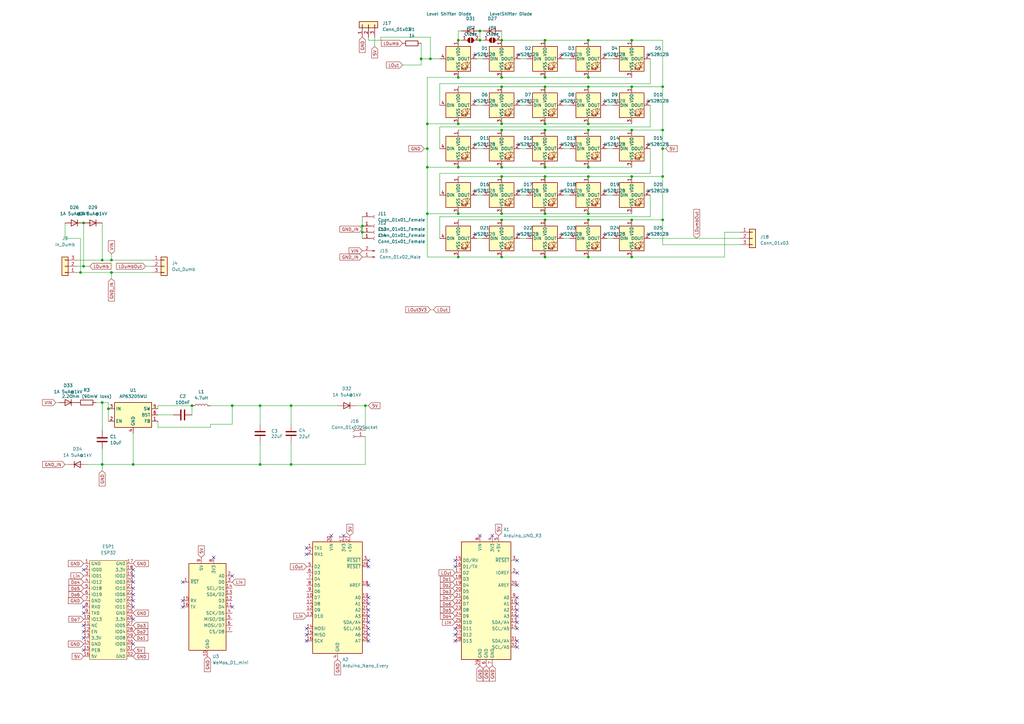
<source format=kicad_sch>
(kicad_sch
	(version 20231120)
	(generator "eeschema")
	(generator_version "8.0")
	(uuid "03d6a00f-a8c8-4eb8-91ea-299864b30e8f")
	(paper "A3")
	
	(junction
		(at 241.3 72.39)
		(diameter 0)
		(color 0 0 0 0)
		(uuid "0080c51c-165a-46b6-af75-1f6fcd52632b")
	)
	(junction
		(at 187.96 31.75)
		(diameter 0)
		(color 0 0 0 0)
		(uuid "02db5dba-138a-466a-a462-5f5816ee80aa")
	)
	(junction
		(at 95.25 166.37)
		(diameter 0)
		(color 0 0 0 0)
		(uuid "04d321bf-3835-46b5-b902-e5ee5bfce789")
	)
	(junction
		(at 45.72 106.68)
		(diameter 0)
		(color 0 0 0 0)
		(uuid "054e7c84-b39e-4e26-8cc1-c424fbb30420")
	)
	(junction
		(at 259.08 105.41)
		(diameter 0)
		(color 0 0 0 0)
		(uuid "0709c96c-4d29-47c2-965a-d5d96a16a095")
	)
	(junction
		(at 106.68 190.5)
		(diameter 0)
		(color 0 0 0 0)
		(uuid "0d9a197f-2a84-45e0-8f23-d51966840f8e")
	)
	(junction
		(at 187.96 50.8)
		(diameter 0)
		(color 0 0 0 0)
		(uuid "14bd4e95-6664-45f3-b797-7ce993c9913e")
	)
	(junction
		(at 205.74 16.51)
		(diameter 0)
		(color 0 0 0 0)
		(uuid "19d67446-a149-4e58-b9c7-b3ed16676206")
	)
	(junction
		(at 44.45 167.64)
		(diameter 0)
		(color 0 0 0 0)
		(uuid "1abee582-a250-4dc8-b836-a27e0c2c1396")
	)
	(junction
		(at 196.85 16.51)
		(diameter 0)
		(color 0 0 0 0)
		(uuid "1d462945-9c22-46a9-bd37-9a97f20f924d")
	)
	(junction
		(at 148.59 95.25)
		(diameter 0)
		(color 0 0 0 0)
		(uuid "20fd6721-b81d-45f6-bdc7-a3ad84bdaac0")
	)
	(junction
		(at 176.53 24.13)
		(diameter 0)
		(color 0 0 0 0)
		(uuid "261db096-ec81-4f67-9833-c223d4fa89b3")
	)
	(junction
		(at 205.74 53.34)
		(diameter 0)
		(color 0 0 0 0)
		(uuid "275f90c8-ade7-4a8c-be7b-7c636d403991")
	)
	(junction
		(at 45.72 111.76)
		(diameter 0)
		(color 0 0 0 0)
		(uuid "27de4c20-50ad-45e5-b9a9-25ab08f3d737")
	)
	(junction
		(at 175.26 50.8)
		(diameter 0)
		(color 0 0 0 0)
		(uuid "27ffeb72-2ddb-4c77-be52-d6a819c35d2a")
	)
	(junction
		(at 259.08 35.56)
		(diameter 0)
		(color 0 0 0 0)
		(uuid "28e06add-c512-4bc2-9e64-34350c34c6cf")
	)
	(junction
		(at 205.74 90.17)
		(diameter 0)
		(color 0 0 0 0)
		(uuid "2e3693a5-7ed8-45fd-ba66-89699aae59d1")
	)
	(junction
		(at 148.59 92.71)
		(diameter 0)
		(color 0 0 0 0)
		(uuid "3675a5f2-abf9-4ec5-a562-fcd0de9f7c43")
	)
	(junction
		(at 241.3 68.58)
		(diameter 0)
		(color 0 0 0 0)
		(uuid "395dc1aa-73d2-42e0-9b04-f26363ce6c74")
	)
	(junction
		(at 175.26 60.96)
		(diameter 0)
		(color 0 0 0 0)
		(uuid "3abbfb95-c3f4-444f-a3c6-bf401836593a")
	)
	(junction
		(at 149.86 166.37)
		(diameter 0)
		(color 0 0 0 0)
		(uuid "441c08f5-21bc-4328-aad0-e7e195027ae5")
	)
	(junction
		(at 41.91 165.1)
		(diameter 0)
		(color 0 0 0 0)
		(uuid "46dba5a9-af19-47ba-b1f6-122dfc2e2d61")
	)
	(junction
		(at 205.74 87.63)
		(diameter 0)
		(color 0 0 0 0)
		(uuid "514e9dd3-8758-405b-8854-73c1f3325f19")
	)
	(junction
		(at 187.96 87.63)
		(diameter 0)
		(color 0 0 0 0)
		(uuid "59c56558-7734-46b7-a196-046de56a472e")
	)
	(junction
		(at 271.78 60.96)
		(diameter 0)
		(color 0 0 0 0)
		(uuid "5a934966-1e8c-46cc-b524-5aaf550497c7")
	)
	(junction
		(at 223.52 35.56)
		(diameter 0)
		(color 0 0 0 0)
		(uuid "5b799328-e7b0-411b-8b55-96d6aa9b7911")
	)
	(junction
		(at 241.3 50.8)
		(diameter 0)
		(color 0 0 0 0)
		(uuid "5b90e982-800a-4188-9099-74054eafdbf5")
	)
	(junction
		(at 34.29 109.22)
		(diameter 0)
		(color 0 0 0 0)
		(uuid "5ef81484-dee3-4b6d-8149-48d46a3b6d10")
	)
	(junction
		(at 172.72 24.13)
		(diameter 0)
		(color 0 0 0 0)
		(uuid "637587dc-52e5-41d9-9dcb-76b8a04ee46c")
	)
	(junction
		(at 41.91 190.5)
		(diameter 0)
		(color 0 0 0 0)
		(uuid "6792e0bb-e9ca-46d0-8e34-7e30bef5b539")
	)
	(junction
		(at 223.52 50.8)
		(diameter 0)
		(color 0 0 0 0)
		(uuid "6a00a849-ee3a-445b-9e5e-b1243f7881c7")
	)
	(junction
		(at 205.74 105.41)
		(diameter 0)
		(color 0 0 0 0)
		(uuid "6be913d5-f546-4d2d-87d7-c82ffe5ffc0c")
	)
	(junction
		(at 241.3 16.51)
		(diameter 0)
		(color 0 0 0 0)
		(uuid "6c8a6714-10af-45d3-a210-3b4e2afabab7")
	)
	(junction
		(at 223.52 31.75)
		(diameter 0)
		(color 0 0 0 0)
		(uuid "6df12956-5869-4d3f-8033-4f7cb326d0f6")
	)
	(junction
		(at 271.78 35.56)
		(diameter 0)
		(color 0 0 0 0)
		(uuid "772b24be-8467-4eb4-946e-c29e456692df")
	)
	(junction
		(at 241.3 105.41)
		(diameter 0)
		(color 0 0 0 0)
		(uuid "7a7dfdaf-d9d9-40d5-a925-7efd80630cbf")
	)
	(junction
		(at 106.68 166.37)
		(diameter 0)
		(color 0 0 0 0)
		(uuid "7b02addf-049f-4f2e-81e5-6ba433881159")
	)
	(junction
		(at 223.52 105.41)
		(diameter 0)
		(color 0 0 0 0)
		(uuid "814d3906-12d8-47db-8c9f-e72f4c2402e6")
	)
	(junction
		(at 205.74 72.39)
		(diameter 0)
		(color 0 0 0 0)
		(uuid "8b3ff8d7-5513-48bd-926c-b2b5f07cbc55")
	)
	(junction
		(at 78.74 166.37)
		(diameter 0)
		(color 0 0 0 0)
		(uuid "8f1427d4-91d2-4362-8876-694e219f278c")
	)
	(junction
		(at 223.52 90.17)
		(diameter 0)
		(color 0 0 0 0)
		(uuid "906a71da-bee1-4ca6-9d82-ad27986b574f")
	)
	(junction
		(at 241.3 53.34)
		(diameter 0)
		(color 0 0 0 0)
		(uuid "9194988e-f3f5-437b-8a05-3f7ad934262a")
	)
	(junction
		(at 241.3 35.56)
		(diameter 0)
		(color 0 0 0 0)
		(uuid "92139fba-e3a7-4deb-b1ad-f556e28ec7aa")
	)
	(junction
		(at 223.52 87.63)
		(diameter 0)
		(color 0 0 0 0)
		(uuid "94d1c0ee-4062-4ed8-b3e7-beac916bcbc2")
	)
	(junction
		(at 223.52 16.51)
		(diameter 0)
		(color 0 0 0 0)
		(uuid "95baff8a-01e4-41d3-b522-afbfeb5cc476")
	)
	(junction
		(at 241.3 87.63)
		(diameter 0)
		(color 0 0 0 0)
		(uuid "96d0da9b-5348-4da1-95b4-fe34638761f3")
	)
	(junction
		(at 271.78 90.17)
		(diameter 0)
		(color 0 0 0 0)
		(uuid "99a32904-58c2-43a7-a6d8-a84cc0382052")
	)
	(junction
		(at 259.08 16.51)
		(diameter 0)
		(color 0 0 0 0)
		(uuid "99f6ee1a-d052-4cf7-9297-11df24f0915b")
	)
	(junction
		(at 205.74 31.75)
		(diameter 0)
		(color 0 0 0 0)
		(uuid "9ca2fc56-1671-48c9-8eca-184127e4d731")
	)
	(junction
		(at 54.61 190.5)
		(diameter 0)
		(color 0 0 0 0)
		(uuid "a26f42f5-14bb-4634-b842-83d3cd76e2db")
	)
	(junction
		(at 119.38 190.5)
		(diameter 0)
		(color 0 0 0 0)
		(uuid "a33e944d-0993-4327-bc06-b54fc7846a64")
	)
	(junction
		(at 34.29 91.44)
		(diameter 0)
		(color 0 0 0 0)
		(uuid "a5265cce-7aaa-4f44-acf1-3dbcdc430236")
	)
	(junction
		(at 175.26 68.58)
		(diameter 0)
		(color 0 0 0 0)
		(uuid "a98b9786-3bb1-4d5d-9c03-40990c393be1")
	)
	(junction
		(at 223.52 53.34)
		(diameter 0)
		(color 0 0 0 0)
		(uuid "b0330f76-716e-4daa-b5ff-b0efd34ab0cf")
	)
	(junction
		(at 205.74 35.56)
		(diameter 0)
		(color 0 0 0 0)
		(uuid "b05cfc2c-4a86-4cb3-966e-253d838ab7d7")
	)
	(junction
		(at 241.3 90.17)
		(diameter 0)
		(color 0 0 0 0)
		(uuid "b6031cba-4403-47c6-afec-6669b1d90a4d")
	)
	(junction
		(at 271.78 72.39)
		(diameter 0)
		(color 0 0 0 0)
		(uuid "b652f933-196c-4b3e-911e-829aa940b403")
	)
	(junction
		(at 119.38 166.37)
		(diameter 0)
		(color 0 0 0 0)
		(uuid "b942b25b-25d0-4841-9f0d-75ac6467e615")
	)
	(junction
		(at 33.02 111.76)
		(diameter 0)
		(color 0 0 0 0)
		(uuid "ba5f74ff-d817-4e6c-83bd-5f50bb08f8ac")
	)
	(junction
		(at 187.96 105.41)
		(diameter 0)
		(color 0 0 0 0)
		(uuid "c57f06b0-3fd0-44b8-a5df-bdd0de7fc213")
	)
	(junction
		(at 187.96 16.51)
		(diameter 0)
		(color 0 0 0 0)
		(uuid "c5aa0657-3ba4-4ce1-a6f8-f5e9421a9924")
	)
	(junction
		(at 41.91 106.68)
		(diameter 0)
		(color 0 0 0 0)
		(uuid "c5f9cd6a-e17d-4fe5-99fd-86aa723e52a6")
	)
	(junction
		(at 259.08 53.34)
		(diameter 0)
		(color 0 0 0 0)
		(uuid "c987c913-5aa1-4a2d-b43b-b8e26c0d22d1")
	)
	(junction
		(at 223.52 72.39)
		(diameter 0)
		(color 0 0 0 0)
		(uuid "cdbc325e-f9b3-4f4b-8c8f-2887b5f5eb1a")
	)
	(junction
		(at 175.26 87.63)
		(diameter 0)
		(color 0 0 0 0)
		(uuid "d82f125c-8db8-4f37-9544-2a987e0a52db")
	)
	(junction
		(at 241.3 31.75)
		(diameter 0)
		(color 0 0 0 0)
		(uuid "d88395d4-c87a-46ca-abbf-8de3c0714bad")
	)
	(junction
		(at 259.08 72.39)
		(diameter 0)
		(color 0 0 0 0)
		(uuid "e1968104-2775-4fcb-ac09-16190a0bf128")
	)
	(junction
		(at 196.85 12.7)
		(diameter 0)
		(color 0 0 0 0)
		(uuid "e36586e7-6363-4188-bc22-832bb09f6146")
	)
	(junction
		(at 271.78 53.34)
		(diameter 0)
		(color 0 0 0 0)
		(uuid "e7ea1532-6212-4f17-8444-dcc11b255fd1")
	)
	(junction
		(at 259.08 90.17)
		(diameter 0)
		(color 0 0 0 0)
		(uuid "ec8bb4ee-92de-4428-9a46-bc717e911cd5")
	)
	(junction
		(at 223.52 68.58)
		(diameter 0)
		(color 0 0 0 0)
		(uuid "f4600aff-3597-462b-bde1-220eae1419f5")
	)
	(junction
		(at 205.74 68.58)
		(diameter 0)
		(color 0 0 0 0)
		(uuid "f5a4dbd1-0676-46b4-8ec4-3a9857801e7b")
	)
	(junction
		(at 205.74 50.8)
		(diameter 0)
		(color 0 0 0 0)
		(uuid "fa2ceebd-9c62-4892-b0bc-e8ebff6de7c9")
	)
	(junction
		(at 187.96 68.58)
		(diameter 0)
		(color 0 0 0 0)
		(uuid "fdf94f68-ec2c-4f81-8e0d-b65c2234e41e")
	)
	(no_connect
		(at 54.61 254)
		(uuid "0024428e-4d4d-4d7d-b9cf-e446c0d28516")
	)
	(no_connect
		(at 212.09 265.43)
		(uuid "03780031-9c1e-4d4a-8c89-92622e9d11ea")
	)
	(no_connect
		(at 151.13 247.65)
		(uuid "17672d7f-b3be-44cc-8b76-d7385de29fa2")
	)
	(no_connect
		(at 151.13 260.35)
		(uuid "180ab503-9aa3-4bb9-819e-12e4b781409f")
	)
	(no_connect
		(at 140.97 219.71)
		(uuid "1d688dab-944f-433f-9c24-840d44836de7")
	)
	(no_connect
		(at 212.09 245.11)
		(uuid "208ac418-c168-46de-a58d-de6773a8535b")
	)
	(no_connect
		(at 34.29 266.7)
		(uuid "22f033f4-2ce7-4aea-af12-caf8e19406d7")
	)
	(no_connect
		(at 212.09 252.73)
		(uuid "24cd29b5-956a-4c8a-9197-a343238b8e1f")
	)
	(no_connect
		(at 74.93 248.92)
		(uuid "294625da-6d62-47c7-bbc9-cd1f2b83c566")
	)
	(no_connect
		(at 34.29 251.46)
		(uuid "315ee813-e7ab-4307-95e3-b750181afa1d")
	)
	(no_connect
		(at 54.61 241.3)
		(uuid "3c319e8d-4b83-4290-b3e9-ded8ff7efe29")
	)
	(no_connect
		(at 186.69 229.87)
		(uuid "432de0f3-e6f9-402c-b37a-3887de63a83a")
	)
	(no_connect
		(at 34.29 248.92)
		(uuid "4b432ee7-92d7-4530-81a4-29b4b2ae2127")
	)
	(no_connect
		(at 34.29 261.62)
		(uuid "55d447a4-8479-4090-864f-cdefdbb96612")
	)
	(no_connect
		(at 151.13 255.27)
		(uuid "5d62711c-4b3f-452c-b72c-9ebf697fa65f")
	)
	(no_connect
		(at 151.13 240.03)
		(uuid "6140df15-f2e7-4aa3-8f02-ab02ac81ec1b")
	)
	(no_connect
		(at 212.09 240.03)
		(uuid "6b5336eb-7fef-4212-8d0c-859e3b4f5aeb")
	)
	(no_connect
		(at 74.93 238.76)
		(uuid "6be784c6-8c3a-49ff-b957-387c0f58588b")
	)
	(no_connect
		(at 151.13 245.11)
		(uuid "701152ca-161a-4ff2-a959-b31f47da59b0")
	)
	(no_connect
		(at 34.29 233.68)
		(uuid "723d80dd-52b2-49af-a580-2642a1f438e9")
	)
	(no_connect
		(at 151.13 232.41)
		(uuid "7add3a15-9ebf-41d6-8e84-5ff272e26a32")
	)
	(no_connect
		(at 125.73 260.35)
		(uuid "7ba91861-319c-4729-a962-d7715ec21295")
	)
	(no_connect
		(at 54.61 243.84)
		(uuid "7c638a23-1bff-4f33-82e0-9920e0fd71bb")
	)
	(no_connect
		(at 212.09 262.89)
		(uuid "81777281-3f18-400b-be9a-93cc0b415e1e")
	)
	(no_connect
		(at 186.69 260.35)
		(uuid "81f64d9a-1bfa-4f94-96f0-839bb588df9b")
	)
	(no_connect
		(at 212.09 234.95)
		(uuid "8345cf9d-30d8-42be-a120-27c02139e707")
	)
	(no_connect
		(at 95.25 248.92)
		(uuid "86d52056-2dac-44b6-adc7-2314f813ab39")
	)
	(no_connect
		(at 34.29 256.54)
		(uuid "8881f5b7-8b15-4198-8494-25e38bfb81fe")
	)
	(no_connect
		(at 186.69 232.41)
		(uuid "8b246d91-6369-4338-9cb0-4fee3f5924bc")
	)
	(no_connect
		(at 54.61 233.68)
		(uuid "8b9267dc-582a-4f79-9f53-47aab919b1da")
	)
	(no_connect
		(at 212.09 250.19)
		(uuid "8e383d91-acd2-40e2-85f1-d971aec5f3fd")
	)
	(no_connect
		(at 54.61 238.76)
		(uuid "924ce674-3504-4d4b-9d39-104d11cef5f6")
	)
	(no_connect
		(at 151.13 257.81)
		(uuid "9a06d1fd-fca2-48c8-9482-396d78e616da")
	)
	(no_connect
		(at 186.69 257.81)
		(uuid "9a5acbb9-ff7c-4625-98b3-89eb2fffa4ad")
	)
	(no_connect
		(at 125.73 257.81)
		(uuid "9ef53e24-90fd-4763-83fd-71a3be774515")
	)
	(no_connect
		(at 212.09 255.27)
		(uuid "a20e199a-a921-4b1e-9a3d-fbc5ed0b8cc7")
	)
	(no_connect
		(at 212.09 247.65)
		(uuid "add78a6b-e863-4dd6-ad62-930e43e8a1fb")
	)
	(no_connect
		(at 125.73 227.33)
		(uuid "ae6367ef-efae-498d-8a59-cf18a4c019d0")
	)
	(no_connect
		(at 212.09 257.81)
		(uuid "b0321d68-275e-4f1b-8acd-78490b7541f3")
	)
	(no_connect
		(at 87.63 228.6)
		(uuid "b0702953-bd90-4d2b-b4c7-1a71383531cf")
	)
	(no_connect
		(at 212.09 229.87)
		(uuid "b13a3186-2935-486a-8bf8-a0a66e51cfc4")
	)
	(no_connect
		(at 196.85 219.71)
		(uuid "bda22029-cad6-48f9-a1f4-294285719917")
	)
	(no_connect
		(at 186.69 262.89)
		(uuid "c4632624-83c8-46dd-86a9-8c98eb564ec7")
	)
	(no_connect
		(at 151.13 252.73)
		(uuid "cf53bf3d-6bcf-4e2a-9902-157740daa254")
	)
	(no_connect
		(at 151.13 262.89)
		(uuid "d2505e5e-be9d-468b-93ab-cead6866ed49")
	)
	(no_connect
		(at 54.61 246.38)
		(uuid "d38653e3-c944-4152-a518-9205bd644916")
	)
	(no_connect
		(at 201.93 219.71)
		(uuid "d88d4003-e72d-4547-ad07-12ea562c742b")
	)
	(no_connect
		(at 151.13 229.87)
		(uuid "d8cd63e8-a9e9-40a0-b504-48a3ced3350c")
	)
	(no_connect
		(at 135.89 219.71)
		(uuid "df7306f3-ea88-48fe-b4b1-bc3e14ca6c89")
	)
	(no_connect
		(at 54.61 236.22)
		(uuid "e156581c-dcb2-42a0-8376-c672ef5b4749")
	)
	(no_connect
		(at 125.73 224.79)
		(uuid "e71a0c9f-e418-42f3-a96f-c74883ff4348")
	)
	(no_connect
		(at 54.61 264.16)
		(uuid "e9d34454-f04c-489a-9619-04650cebd93e")
	)
	(no_connect
		(at 125.73 262.89)
		(uuid "e9eac6aa-c90c-4854-8cde-0dcef83cf927")
	)
	(no_connect
		(at 151.13 250.19)
		(uuid "ecf04f18-4995-4de7-92e6-9c0c6ffc4c67")
	)
	(no_connect
		(at 54.61 248.92)
		(uuid "f4d66233-b660-43a8-84e8-b1f10b097d90")
	)
	(no_connect
		(at 74.93 246.38)
		(uuid "f8b68be2-698f-4613-8117-47cf2a106b03")
	)
	(no_connect
		(at 95.25 236.22)
		(uuid "f8ea346a-2366-4aa5-b6d6-1bbe05d35053")
	)
	(no_connect
		(at 34.29 259.08)
		(uuid "f96b53f3-c0bd-4548-b9d6-725fccfa9ca2")
	)
	(wire
		(pts
			(xy 205.74 31.75) (xy 187.96 31.75)
		)
		(stroke
			(width 0)
			(type default)
		)
		(uuid "040d78a6-e4c4-434f-a23b-7804708b6f22")
	)
	(wire
		(pts
			(xy 205.74 72.39) (xy 223.52 72.39)
		)
		(stroke
			(width 0)
			(type default)
		)
		(uuid "04f00625-6cdb-4963-b2bc-10772808cb94")
	)
	(wire
		(pts
			(xy 41.91 165.1) (xy 41.91 176.53)
		)
		(stroke
			(width 0)
			(type default)
		)
		(uuid "097c3446-2047-4659-97ae-50baf4759b44")
	)
	(wire
		(pts
			(xy 176.53 24.13) (xy 176.53 15.24)
		)
		(stroke
			(width 0)
			(type default)
		)
		(uuid "0aa3a4ee-c669-4fb1-a43d-dd4d14792cb8")
	)
	(wire
		(pts
			(xy 195.58 80.01) (xy 198.12 80.01)
		)
		(stroke
			(width 0)
			(type default)
		)
		(uuid "0b6ab7d0-0f27-4b10-9027-3660b93fbb8b")
	)
	(wire
		(pts
			(xy 273.05 60.96) (xy 271.78 60.96)
		)
		(stroke
			(width 0)
			(type default)
		)
		(uuid "0d09b1c5-9249-4310-ae2b-cd84e9daf4cb")
	)
	(wire
		(pts
			(xy 41.91 190.5) (xy 41.91 193.04)
		)
		(stroke
			(width 0)
			(type default)
		)
		(uuid "0d2e9198-70e8-4929-a112-54887b2c835d")
	)
	(wire
		(pts
			(xy 151.13 15.24) (xy 151.13 16.51)
		)
		(stroke
			(width 0)
			(type default)
		)
		(uuid "0e3c9d6c-6069-4f20-84fc-6fe91604df1c")
	)
	(wire
		(pts
			(xy 26.67 97.79) (xy 33.02 97.79)
		)
		(stroke
			(width 0)
			(type default)
		)
		(uuid "0f6163e8-13fa-49d7-974a-511968d92bca")
	)
	(wire
		(pts
			(xy 213.36 60.96) (xy 215.9 60.96)
		)
		(stroke
			(width 0)
			(type default)
		)
		(uuid "0fe3aabf-4944-494a-9e4a-9c116094125a")
	)
	(wire
		(pts
			(xy 271.78 60.96) (xy 271.78 72.39)
		)
		(stroke
			(width 0)
			(type default)
		)
		(uuid "103af46a-ccce-45a1-925c-1569849bf774")
	)
	(wire
		(pts
			(xy 64.77 167.64) (xy 64.77 166.37)
		)
		(stroke
			(width 0)
			(type default)
		)
		(uuid "10474eeb-f5ad-4128-a3cf-4fd06971ddbb")
	)
	(wire
		(pts
			(xy 241.3 16.51) (xy 259.08 16.51)
		)
		(stroke
			(width 0)
			(type default)
		)
		(uuid "112e6ce6-31a6-459d-9db8-1be088311bdd")
	)
	(wire
		(pts
			(xy 95.25 166.37) (xy 95.25 173.99)
		)
		(stroke
			(width 0)
			(type default)
		)
		(uuid "11fe03b9-d311-4a87-bc48-daafb3c322ee")
	)
	(wire
		(pts
			(xy 22.86 165.1) (xy 24.13 165.1)
		)
		(stroke
			(width 0)
			(type default)
		)
		(uuid "1644f7ce-e917-4318-8fb1-864a3a3c658f")
	)
	(wire
		(pts
			(xy 45.72 111.76) (xy 62.23 111.76)
		)
		(stroke
			(width 0)
			(type default)
		)
		(uuid "1694c6f6-9ae4-4bb1-ae10-7e8332d4242e")
	)
	(wire
		(pts
			(xy 213.36 80.01) (xy 215.9 80.01)
		)
		(stroke
			(width 0)
			(type default)
		)
		(uuid "19a88b51-1872-4065-86c2-1658d06e5f98")
	)
	(wire
		(pts
			(xy 223.52 35.56) (xy 241.3 35.56)
		)
		(stroke
			(width 0)
			(type default)
		)
		(uuid "1b23eb0a-0721-4f5b-bb69-53fcc08bc6d2")
	)
	(wire
		(pts
			(xy 241.3 87.63) (xy 223.52 87.63)
		)
		(stroke
			(width 0)
			(type default)
		)
		(uuid "1c3e17ff-a22e-4b7b-8a6f-83aaebd04f20")
	)
	(wire
		(pts
			(xy 205.74 68.58) (xy 187.96 68.58)
		)
		(stroke
			(width 0)
			(type default)
		)
		(uuid "1ca2e2a2-12bb-42fb-bea7-a0103a59d1b7")
	)
	(wire
		(pts
			(xy 271.78 90.17) (xy 259.08 90.17)
		)
		(stroke
			(width 0)
			(type default)
		)
		(uuid "21d7e4f3-0bbf-4afe-ac86-66dd26c4bbc9")
	)
	(wire
		(pts
			(xy 106.68 166.37) (xy 119.38 166.37)
		)
		(stroke
			(width 0)
			(type default)
		)
		(uuid "229e32ec-d8c4-4bb2-91eb-7e4ac653ba9a")
	)
	(wire
		(pts
			(xy 205.74 16.51) (xy 223.52 16.51)
		)
		(stroke
			(width 0)
			(type default)
		)
		(uuid "23a83024-b819-427d-9136-2c7f3ba77a78")
	)
	(wire
		(pts
			(xy 259.08 68.58) (xy 241.3 68.58)
		)
		(stroke
			(width 0)
			(type default)
		)
		(uuid "245bbbb8-f7bc-4b55-8d48-2902e8d57f75")
	)
	(wire
		(pts
			(xy 241.3 72.39) (xy 259.08 72.39)
		)
		(stroke
			(width 0)
			(type default)
		)
		(uuid "24e433c2-4308-4dca-a2d3-6b565311f2a3")
	)
	(wire
		(pts
			(xy 223.52 16.51) (xy 241.3 16.51)
		)
		(stroke
			(width 0)
			(type default)
		)
		(uuid "263adb14-168f-47ef-b4be-3bfe18b5f3d5")
	)
	(wire
		(pts
			(xy 45.72 106.68) (xy 62.23 106.68)
		)
		(stroke
			(width 0)
			(type default)
		)
		(uuid "2666dc09-4609-45a6-b3e4-354818df977d")
	)
	(wire
		(pts
			(xy 119.38 166.37) (xy 119.38 173.99)
		)
		(stroke
			(width 0)
			(type default)
		)
		(uuid "2cab5030-92e2-4c1a-9fb6-ae418e7cb45c")
	)
	(wire
		(pts
			(xy 86.36 166.37) (xy 95.25 166.37)
		)
		(stroke
			(width 0)
			(type default)
		)
		(uuid "3271953d-4a95-43b2-a3c5-c81945995087")
	)
	(wire
		(pts
			(xy 149.86 166.37) (xy 149.86 176.53)
		)
		(stroke
			(width 0)
			(type default)
		)
		(uuid "330fd298-d35c-45e4-819f-290e010cf7d4")
	)
	(wire
		(pts
			(xy 106.68 190.5) (xy 119.38 190.5)
		)
		(stroke
			(width 0)
			(type default)
		)
		(uuid "33fa66bc-61e0-44c4-8e0b-954d9d1fc9a0")
	)
	(wire
		(pts
			(xy 59.69 109.22) (xy 62.23 109.22)
		)
		(stroke
			(width 0)
			(type default)
		)
		(uuid "37c93a46-eeef-44f7-82d7-aa9114f9aa82")
	)
	(wire
		(pts
			(xy 213.36 43.18) (xy 215.9 43.18)
		)
		(stroke
			(width 0)
			(type default)
		)
		(uuid "387c5a5c-660c-42b9-83f0-cf5ad89ea5e6")
	)
	(wire
		(pts
			(xy 266.7 52.07) (xy 180.34 52.07)
		)
		(stroke
			(width 0)
			(type default)
		)
		(uuid "3a33f0a3-38bd-4c12-98ea-ce3849e1623e")
	)
	(wire
		(pts
			(xy 248.92 60.96) (xy 251.46 60.96)
		)
		(stroke
			(width 0)
			(type default)
		)
		(uuid "3a5b8d7c-8a66-469c-b17c-8ec4474d560a")
	)
	(wire
		(pts
			(xy 119.38 190.5) (xy 149.86 190.5)
		)
		(stroke
			(width 0)
			(type default)
		)
		(uuid "3c4b4ed5-2fec-43ca-99eb-80e1c8477a46")
	)
	(wire
		(pts
			(xy 187.96 53.34) (xy 205.74 53.34)
		)
		(stroke
			(width 0)
			(type default)
		)
		(uuid "3d662bc8-d221-4c52-9de8-fe67382a4df3")
	)
	(wire
		(pts
			(xy 156.21 15.24) (xy 176.53 15.24)
		)
		(stroke
			(width 0)
			(type default)
		)
		(uuid "40292994-28ea-410e-a242-9e211f1ee097")
	)
	(wire
		(pts
			(xy 31.75 106.68) (xy 41.91 106.68)
		)
		(stroke
			(width 0)
			(type default)
		)
		(uuid "40e9bb6a-a5bc-4112-9d09-8c407a763c85")
	)
	(wire
		(pts
			(xy 187.96 35.56) (xy 205.74 35.56)
		)
		(stroke
			(width 0)
			(type default)
		)
		(uuid "42f2fb8e-6c83-4485-8c7f-9025f027d7e1")
	)
	(wire
		(pts
			(xy 266.7 88.9) (xy 180.34 88.9)
		)
		(stroke
			(width 0)
			(type default)
		)
		(uuid "451d1e11-b185-4b8f-b2d9-ba77c086d791")
	)
	(wire
		(pts
			(xy 196.85 12.7) (xy 196.85 16.51)
		)
		(stroke
			(width 0)
			(type default)
		)
		(uuid "45278678-30c5-44cd-ad59-92d030b57bba")
	)
	(wire
		(pts
			(xy 223.52 50.8) (xy 241.3 50.8)
		)
		(stroke
			(width 0)
			(type default)
		)
		(uuid "4677766c-28e4-408f-a522-6d427d70a44e")
	)
	(wire
		(pts
			(xy 45.72 111.76) (xy 45.72 114.3)
		)
		(stroke
			(width 0)
			(type default)
		)
		(uuid "467c0fb4-3e3c-4291-834a-fff741680965")
	)
	(wire
		(pts
			(xy 259.08 90.17) (xy 241.3 90.17)
		)
		(stroke
			(width 0)
			(type default)
		)
		(uuid "48878318-0553-4076-9ca5-ac9015cfdd18")
	)
	(wire
		(pts
			(xy 148.59 92.71) (xy 148.59 95.25)
		)
		(stroke
			(width 0)
			(type default)
		)
		(uuid "48a2ea3a-789d-41d2-a445-3257d8436a57")
	)
	(wire
		(pts
			(xy 271.78 53.34) (xy 271.78 60.96)
		)
		(stroke
			(width 0)
			(type default)
		)
		(uuid "4f3decee-7e85-4688-bd5b-e18ba3567dee")
	)
	(wire
		(pts
			(xy 187.96 68.58) (xy 175.26 68.58)
		)
		(stroke
			(width 0)
			(type default)
		)
		(uuid "50b20a64-d568-440f-9388-9f84b82612d0")
	)
	(wire
		(pts
			(xy 303.53 100.33) (xy 271.78 100.33)
		)
		(stroke
			(width 0)
			(type default)
		)
		(uuid "52106efc-50f9-4230-8ebd-a5470d8ec74c")
	)
	(wire
		(pts
			(xy 33.02 97.79) (xy 33.02 111.76)
		)
		(stroke
			(width 0)
			(type default)
		)
		(uuid "56e3aa97-1a5f-4452-8b24-1ec846b55ccd")
	)
	(wire
		(pts
			(xy 223.52 72.39) (xy 241.3 72.39)
		)
		(stroke
			(width 0)
			(type default)
		)
		(uuid "57b7be7c-fe97-4ecc-9735-3b70c046ea53")
	)
	(wire
		(pts
			(xy 205.74 87.63) (xy 187.96 87.63)
		)
		(stroke
			(width 0)
			(type default)
		)
		(uuid "59032b07-f5d1-4a4f-8116-7a99cac5fbfa")
	)
	(wire
		(pts
			(xy 187.96 87.63) (xy 175.26 87.63)
		)
		(stroke
			(width 0)
			(type default)
		)
		(uuid "5a3895e2-18ec-4c40-8eb1-5cc8c67f4a44")
	)
	(wire
		(pts
			(xy 86.36 173.99) (xy 95.25 173.99)
		)
		(stroke
			(width 0)
			(type default)
		)
		(uuid "5aa7708e-aa82-4f8c-8979-ecf40216239a")
	)
	(wire
		(pts
			(xy 176.53 127) (xy 177.8 127)
		)
		(stroke
			(width 0)
			(type default)
		)
		(uuid "5b08dd52-8a96-4a62-a7f8-bd7c6f81df82")
	)
	(wire
		(pts
			(xy 196.85 12.7) (xy 198.12 12.7)
		)
		(stroke
			(width 0)
			(type default)
		)
		(uuid "5ce2ad57-b0e9-4346-8393-d27eff83a52b")
	)
	(wire
		(pts
			(xy 149.86 166.37) (xy 151.13 166.37)
		)
		(stroke
			(width 0)
			(type default)
		)
		(uuid "5d74d536-a86b-4adb-bba7-653aa0d83ef2")
	)
	(wire
		(pts
			(xy 223.52 53.34) (xy 241.3 53.34)
		)
		(stroke
			(width 0)
			(type default)
		)
		(uuid "5f2824e9-b29d-4fa4-9a32-b545b270eb9e")
	)
	(wire
		(pts
			(xy 231.14 80.01) (xy 233.68 80.01)
		)
		(stroke
			(width 0)
			(type default)
		)
		(uuid "618c8fee-bec9-4a4c-a599-50424637ae87")
	)
	(wire
		(pts
			(xy 64.77 175.26) (xy 64.77 172.72)
		)
		(stroke
			(width 0)
			(type default)
		)
		(uuid "61ca29f5-a59f-4d07-8cd4-b04ca3128507")
	)
	(wire
		(pts
			(xy 31.75 109.22) (xy 34.29 109.22)
		)
		(stroke
			(width 0)
			(type default)
		)
		(uuid "65886fc9-d861-499e-a6a4-0f05d2a7d2ff")
	)
	(wire
		(pts
			(xy 153.67 15.24) (xy 153.67 19.05)
		)
		(stroke
			(width 0)
			(type default)
		)
		(uuid "65ce4bfa-352c-48ef-9d1f-b292b2c22330")
	)
	(wire
		(pts
			(xy 187.96 12.7) (xy 187.96 16.51)
		)
		(stroke
			(width 0)
			(type default)
		)
		(uuid "662802ce-c970-4c61-ae9d-4c17433e9421")
	)
	(wire
		(pts
			(xy 259.08 53.34) (xy 271.78 53.34)
		)
		(stroke
			(width 0)
			(type default)
		)
		(uuid "66ade4e6-3856-400c-96e4-aa8a02361370")
	)
	(wire
		(pts
			(xy 205.74 53.34) (xy 223.52 53.34)
		)
		(stroke
			(width 0)
			(type default)
		)
		(uuid "680fb48f-b8d5-45a9-b6f1-6489490a0c5c")
	)
	(wire
		(pts
			(xy 259.08 105.41) (xy 297.18 105.41)
		)
		(stroke
			(width 0)
			(type default)
		)
		(uuid "691b20d5-465d-4261-a7f7-97f91fa81d5c")
	)
	(wire
		(pts
			(xy 86.36 175.26) (xy 64.77 175.26)
		)
		(stroke
			(width 0)
			(type default)
		)
		(uuid "698a0e8e-2ac5-423d-888a-297239b37dc1")
	)
	(wire
		(pts
			(xy 266.7 43.18) (xy 266.7 52.07)
		)
		(stroke
			(width 0)
			(type default)
		)
		(uuid "6b33412e-b610-4cad-8312-872cc1ea0b31")
	)
	(wire
		(pts
			(xy 266.7 97.79) (xy 303.53 97.79)
		)
		(stroke
			(width 0)
			(type default)
		)
		(uuid "6c425a1e-f604-420b-93fb-87328b2c8a8e")
	)
	(wire
		(pts
			(xy 266.7 71.12) (xy 180.34 71.12)
		)
		(stroke
			(width 0)
			(type default)
		)
		(uuid "6cf0fa54-809e-4872-b453-b629d1937d25")
	)
	(wire
		(pts
			(xy 148.59 95.25) (xy 148.59 97.79)
		)
		(stroke
			(width 0)
			(type default)
		)
		(uuid "6d44f80f-1ccb-43f1-a3a6-42f841166e0d")
	)
	(wire
		(pts
			(xy 34.29 91.44) (xy 34.29 109.22)
		)
		(stroke
			(width 0)
			(type default)
		)
		(uuid "7045bca0-f988-4630-9bdd-9050faed3e4c")
	)
	(wire
		(pts
			(xy 241.3 35.56) (xy 259.08 35.56)
		)
		(stroke
			(width 0)
			(type default)
		)
		(uuid "72045945-037d-4415-9739-c4daac11d897")
	)
	(wire
		(pts
			(xy 213.36 97.79) (xy 215.9 97.79)
		)
		(stroke
			(width 0)
			(type default)
		)
		(uuid "720fb474-9ee9-4d8a-85f0-d54cf050a351")
	)
	(wire
		(pts
			(xy 106.68 181.61) (xy 106.68 190.5)
		)
		(stroke
			(width 0)
			(type default)
		)
		(uuid "729cc893-6696-40e1-9583-9c61796500b4")
	)
	(wire
		(pts
			(xy 241.3 50.8) (xy 259.08 50.8)
		)
		(stroke
			(width 0)
			(type default)
		)
		(uuid "735afacf-abc2-4293-8ab2-c2dab6e38fcf")
	)
	(wire
		(pts
			(xy 54.61 190.5) (xy 106.68 190.5)
		)
		(stroke
			(width 0)
			(type default)
		)
		(uuid "73d05808-7ae3-4d9e-9b1e-a72b3fc745dd")
	)
	(wire
		(pts
			(xy 248.92 24.13) (xy 251.46 24.13)
		)
		(stroke
			(width 0)
			(type default)
		)
		(uuid "75b19206-0ce0-4b50-9fed-1052f0bec270")
	)
	(wire
		(pts
			(xy 31.75 111.76) (xy 33.02 111.76)
		)
		(stroke
			(width 0)
			(type default)
		)
		(uuid "75de0cc3-dae0-4bb0-8935-df3b31fc72f2")
	)
	(wire
		(pts
			(xy 259.08 35.56) (xy 271.78 35.56)
		)
		(stroke
			(width 0)
			(type default)
		)
		(uuid "76ec63e8-04fe-4db8-8a8a-68faa31a6ec9")
	)
	(wire
		(pts
			(xy 33.02 111.76) (xy 45.72 111.76)
		)
		(stroke
			(width 0)
			(type default)
		)
		(uuid "788a99bd-6535-4be8-a103-834c19a3089c")
	)
	(wire
		(pts
			(xy 187.96 105.41) (xy 175.26 105.41)
		)
		(stroke
			(width 0)
			(type default)
		)
		(uuid "79a1a3a4-31b9-4f99-a174-ee0e445316cd")
	)
	(wire
		(pts
			(xy 175.26 105.41) (xy 175.26 87.63)
		)
		(stroke
			(width 0)
			(type default)
		)
		(uuid "79e3847d-c508-4dd2-a3e6-3a79b115ba7d")
	)
	(wire
		(pts
			(xy 259.08 72.39) (xy 271.78 72.39)
		)
		(stroke
			(width 0)
			(type default)
		)
		(uuid "7a0e463a-d7df-4be8-93ef-f806d8563d8d")
	)
	(wire
		(pts
			(xy 189.23 12.7) (xy 187.96 12.7)
		)
		(stroke
			(width 0)
			(type default)
		)
		(uuid "7ab43210-3abb-4ed0-809c-1131aef041e5")
	)
	(wire
		(pts
			(xy 175.26 87.63) (xy 175.26 68.58)
		)
		(stroke
			(width 0)
			(type default)
		)
		(uuid "7ad55587-755e-4dc4-9821-a345161395c0")
	)
	(wire
		(pts
			(xy 266.7 60.96) (xy 266.7 71.12)
		)
		(stroke
			(width 0)
			(type default)
		)
		(uuid "7b23ac76-185b-4f20-adba-d9cd6f2b49bf")
	)
	(wire
		(pts
			(xy 54.61 190.5) (xy 54.61 177.8)
		)
		(stroke
			(width 0)
			(type default)
		)
		(uuid "7b6dd6fd-d4d2-4560-a851-78afaf3a5688")
	)
	(wire
		(pts
			(xy 223.52 31.75) (xy 205.74 31.75)
		)
		(stroke
			(width 0)
			(type default)
		)
		(uuid "7fcdf346-c370-414f-a167-66a9e3fe71f9")
	)
	(wire
		(pts
			(xy 175.26 68.58) (xy 175.26 60.96)
		)
		(stroke
			(width 0)
			(type default)
		)
		(uuid "806453cc-a82a-41ea-81ae-0128515f6d19")
	)
	(wire
		(pts
			(xy 180.34 52.07) (xy 180.34 60.96)
		)
		(stroke
			(width 0)
			(type default)
		)
		(uuid "82a4af17-420f-4665-8b3f-96d2e32e2d4b")
	)
	(wire
		(pts
			(xy 146.05 166.37) (xy 149.86 166.37)
		)
		(stroke
			(width 0)
			(type default)
		)
		(uuid "82de9757-b4c3-4c2a-8d4b-70d1c96cb982")
	)
	(wire
		(pts
			(xy 223.52 87.63) (xy 205.74 87.63)
		)
		(stroke
			(width 0)
			(type default)
		)
		(uuid "841ca877-7164-4e33-8099-9ab3f033c4fd")
	)
	(wire
		(pts
			(xy 44.45 167.64) (xy 44.45 165.1)
		)
		(stroke
			(width 0)
			(type default)
		)
		(uuid "864da594-0376-4084-b9c7-7ea794d3f966")
	)
	(wire
		(pts
			(xy 172.72 24.13) (xy 176.53 24.13)
		)
		(stroke
			(width 0)
			(type default)
		)
		(uuid "882cabf4-bd16-41ed-9dec-32889389ff88")
	)
	(wire
		(pts
			(xy 205.74 50.8) (xy 223.52 50.8)
		)
		(stroke
			(width 0)
			(type default)
		)
		(uuid "88ecbb44-cc5a-43c5-8c22-e9c735fb8e76")
	)
	(wire
		(pts
			(xy 266.7 34.29) (xy 180.34 34.29)
		)
		(stroke
			(width 0)
			(type default)
		)
		(uuid "8e060054-dc1e-4406-84c7-fe3dce18741c")
	)
	(wire
		(pts
			(xy 195.58 60.96) (xy 198.12 60.96)
		)
		(stroke
			(width 0)
			(type default)
		)
		(uuid "8ed28709-2a8a-4b5b-845d-7f8a20c0bc96")
	)
	(wire
		(pts
			(xy 248.92 43.18) (xy 251.46 43.18)
		)
		(stroke
			(width 0)
			(type default)
		)
		(uuid "92884aaf-19f6-4373-accf-bb5d0cca5691")
	)
	(wire
		(pts
			(xy 173.99 60.96) (xy 175.26 60.96)
		)
		(stroke
			(width 0)
			(type default)
		)
		(uuid "93a0bdeb-37b7-4823-9032-03cafda75cb3")
	)
	(wire
		(pts
			(xy 119.38 166.37) (xy 138.43 166.37)
		)
		(stroke
			(width 0)
			(type default)
		)
		(uuid "940ee463-2a65-4481-a072-148acaf9b195")
	)
	(wire
		(pts
			(xy 35.56 190.5) (xy 41.91 190.5)
		)
		(stroke
			(width 0)
			(type default)
		)
		(uuid "966ec15b-453c-43cc-b8a6-dd71130b3bb8")
	)
	(wire
		(pts
			(xy 86.36 173.99) (xy 86.36 175.26)
		)
		(stroke
			(width 0)
			(type default)
		)
		(uuid "99c1d9af-3b67-4e17-b250-f27a3c93bcbb")
	)
	(wire
		(pts
			(xy 248.92 97.79) (xy 251.46 97.79)
		)
		(stroke
			(width 0)
			(type default)
		)
		(uuid "9aeae574-990a-4510-9709-63a6fdd8aaae")
	)
	(wire
		(pts
			(xy 187.96 72.39) (xy 205.74 72.39)
		)
		(stroke
			(width 0)
			(type default)
		)
		(uuid "9b7c8212-e055-44be-a0d3-46f0bd07cb32")
	)
	(wire
		(pts
			(xy 231.14 43.18) (xy 233.68 43.18)
		)
		(stroke
			(width 0)
			(type default)
		)
		(uuid "9dfdd15b-d1d8-4cc2-8b57-138dc6f2463b")
	)
	(wire
		(pts
			(xy 205.74 12.7) (xy 205.74 16.51)
		)
		(stroke
			(width 0)
			(type default)
		)
		(uuid "9ed52564-362f-4d12-b21b-b9755208da12")
	)
	(wire
		(pts
			(xy 196.85 16.51) (xy 198.12 16.51)
		)
		(stroke
			(width 0)
			(type default)
		)
		(uuid "a00a89e4-df09-439f-b5e7-e73641ec4660")
	)
	(wire
		(pts
			(xy 271.78 35.56) (xy 271.78 53.34)
		)
		(stroke
			(width 0)
			(type default)
		)
		(uuid "a22e1285-6e18-43fd-9b1e-18507389c67c")
	)
	(wire
		(pts
			(xy 297.18 105.41) (xy 297.18 95.25)
		)
		(stroke
			(width 0)
			(type default)
		)
		(uuid "a37e47b4-bcfb-4d06-b94c-4cfa954ce6b8")
	)
	(wire
		(pts
			(xy 106.68 166.37) (xy 106.68 173.99)
		)
		(stroke
			(width 0)
			(type default)
		)
		(uuid "a58c7cdb-4234-40fc-bad8-c3824f636e65")
	)
	(wire
		(pts
			(xy 195.58 97.79) (xy 198.12 97.79)
		)
		(stroke
			(width 0)
			(type default)
		)
		(uuid "a5992edf-c12a-49bf-a269-e58c8c0b9d89")
	)
	(wire
		(pts
			(xy 223.52 105.41) (xy 205.74 105.41)
		)
		(stroke
			(width 0)
			(type default)
		)
		(uuid "a5cc7f72-b768-49ab-bf5f-a14ed96b9d91")
	)
	(wire
		(pts
			(xy 95.25 166.37) (xy 106.68 166.37)
		)
		(stroke
			(width 0)
			(type default)
		)
		(uuid "a7af11e4-5356-4f17-9036-5fa3a1710488")
	)
	(wire
		(pts
			(xy 26.67 91.44) (xy 26.67 97.79)
		)
		(stroke
			(width 0)
			(type default)
		)
		(uuid "aa5b7968-f916-4493-9854-5564947ab3c0")
	)
	(wire
		(pts
			(xy 205.74 35.56) (xy 223.52 35.56)
		)
		(stroke
			(width 0)
			(type default)
		)
		(uuid "ada5d91d-8eee-417b-a787-45807e7b745b")
	)
	(wire
		(pts
			(xy 213.36 24.13) (xy 215.9 24.13)
		)
		(stroke
			(width 0)
			(type default)
		)
		(uuid "aeacf491-56a0-4591-a448-8a7112f3a7a0")
	)
	(wire
		(pts
			(xy 180.34 34.29) (xy 180.34 43.18)
		)
		(stroke
			(width 0)
			(type default)
		)
		(uuid "b1877fac-dede-4a83-9adb-84c239f3c115")
	)
	(wire
		(pts
			(xy 64.77 166.37) (xy 78.74 166.37)
		)
		(stroke
			(width 0)
			(type default)
		)
		(uuid "b1902262-d497-49c9-b5f6-d71f9c16157e")
	)
	(wire
		(pts
			(xy 205.74 90.17) (xy 187.96 90.17)
		)
		(stroke
			(width 0)
			(type default)
		)
		(uuid "b2717da9-8b85-433b-af6a-fa6003637a6a")
	)
	(wire
		(pts
			(xy 241.3 68.58) (xy 223.52 68.58)
		)
		(stroke
			(width 0)
			(type default)
		)
		(uuid "b27bb3e1-8bc2-4831-b45c-1c1eef1321e2")
	)
	(wire
		(pts
			(xy 176.53 24.13) (xy 180.34 24.13)
		)
		(stroke
			(width 0)
			(type default)
		)
		(uuid "b31162c6-8675-4699-8e2f-1ab474a50180")
	)
	(wire
		(pts
			(xy 248.92 80.01) (xy 251.46 80.01)
		)
		(stroke
			(width 0)
			(type default)
		)
		(uuid "b327322e-2ab3-45db-9b43-31abca34f319")
	)
	(wire
		(pts
			(xy 172.72 17.78) (xy 172.72 24.13)
		)
		(stroke
			(width 0)
			(type default)
		)
		(uuid "b3ceb8ab-cd67-49e1-a04d-c0c6e273fbb3")
	)
	(wire
		(pts
			(xy 119.38 181.61) (xy 119.38 190.5)
		)
		(stroke
			(width 0)
			(type default)
		)
		(uuid "b6276d19-16d6-43e2-9ecd-4120694ba9ef")
	)
	(wire
		(pts
			(xy 39.37 165.1) (xy 41.91 165.1)
		)
		(stroke
			(width 0)
			(type default)
		)
		(uuid "b664b024-979a-46be-945c-eb767a570873")
	)
	(wire
		(pts
			(xy 151.13 16.51) (xy 156.21 16.51)
		)
		(stroke
			(width 0)
			(type default)
		)
		(uuid "b8974729-f116-4435-9a37-671b757e7843")
	)
	(wire
		(pts
			(xy 41.91 106.68) (xy 45.72 106.68)
		)
		(stroke
			(width 0)
			(type default)
		)
		(uuid "b8cc8113-88e4-47b6-ac38-202bda38da7f")
	)
	(wire
		(pts
			(xy 266.7 80.01) (xy 266.7 88.9)
		)
		(stroke
			(width 0)
			(type default)
		)
		(uuid "b9b9698c-f71d-4fb6-9a76-042c8b1e5444")
	)
	(wire
		(pts
			(xy 175.26 31.75) (xy 175.26 50.8)
		)
		(stroke
			(width 0)
			(type default)
		)
		(uuid "ba37c014-1aa2-45d9-bb4b-43c012ed5b83")
	)
	(wire
		(pts
			(xy 26.67 190.5) (xy 27.94 190.5)
		)
		(stroke
			(width 0)
			(type default)
		)
		(uuid "bc82104d-844d-4f8f-aeda-9053a574d988")
	)
	(wire
		(pts
			(xy 241.3 53.34) (xy 259.08 53.34)
		)
		(stroke
			(width 0)
			(type default)
		)
		(uuid "c112ec00-3269-4e8a-922f-9c503978d349")
	)
	(wire
		(pts
			(xy 259.08 31.75) (xy 241.3 31.75)
		)
		(stroke
			(width 0)
			(type default)
		)
		(uuid "c1543140-56aa-47c3-aa41-21608bc280ed")
	)
	(wire
		(pts
			(xy 165.1 26.67) (xy 172.72 26.67)
		)
		(stroke
			(width 0)
			(type default)
		)
		(uuid "c16f1b6b-b1fa-49fb-8909-97c678161b39")
	)
	(wire
		(pts
			(xy 205.74 105.41) (xy 187.96 105.41)
		)
		(stroke
			(width 0)
			(type default)
		)
		(uuid "c495d676-dd5a-41ed-83d2-2ac687237d2e")
	)
	(wire
		(pts
			(xy 44.45 167.64) (xy 44.45 172.72)
		)
		(stroke
			(width 0)
			(type default)
		)
		(uuid "c7351f5a-c042-4fd5-8a96-4e956d023bd8")
	)
	(wire
		(pts
			(xy 266.7 24.13) (xy 266.7 34.29)
		)
		(stroke
			(width 0)
			(type default)
		)
		(uuid "c7a25917-4199-4c37-a31b-bdee77be4509")
	)
	(wire
		(pts
			(xy 195.58 43.18) (xy 198.12 43.18)
		)
		(stroke
			(width 0)
			(type default)
		)
		(uuid "c83e2e5b-88a5-42f6-8fe6-280da74f8f25")
	)
	(wire
		(pts
			(xy 148.59 88.9) (xy 148.59 92.71)
		)
		(stroke
			(width 0)
			(type default)
		)
		(uuid "ca45f0b7-c350-4d74-857e-1c8dbd29072c")
	)
	(wire
		(pts
			(xy 231.14 97.79) (xy 233.68 97.79)
		)
		(stroke
			(width 0)
			(type default)
		)
		(uuid "cae23b35-4ccf-4667-a193-dac6199ff805")
	)
	(wire
		(pts
			(xy 271.78 16.51) (xy 271.78 35.56)
		)
		(stroke
			(width 0)
			(type default)
		)
		(uuid "cb77c682-672d-43a0-96d4-22f8b79bac42")
	)
	(wire
		(pts
			(xy 241.3 31.75) (xy 223.52 31.75)
		)
		(stroke
			(width 0)
			(type default)
		)
		(uuid "cc95eb2b-c4b6-4848-915c-a504fd3e5816")
	)
	(wire
		(pts
			(xy 271.78 72.39) (xy 271.78 90.17)
		)
		(stroke
			(width 0)
			(type default)
		)
		(uuid "ce1d6813-5b9b-44ba-ba0d-72f182b6fa9c")
	)
	(wire
		(pts
			(xy 45.72 104.14) (xy 45.72 106.68)
		)
		(stroke
			(width 0)
			(type default)
		)
		(uuid "d0227f3e-5d37-49b8-9e23-a1f6b55419dd")
	)
	(wire
		(pts
			(xy 180.34 88.9) (xy 180.34 97.79)
		)
		(stroke
			(width 0)
			(type default)
		)
		(uuid "d076bd75-4172-4145-be3b-5251da4c93d4")
	)
	(wire
		(pts
			(xy 231.14 24.13) (xy 233.68 24.13)
		)
		(stroke
			(width 0)
			(type default)
		)
		(uuid "d371c82e-98cc-4fee-937c-3179fe813916")
	)
	(wire
		(pts
			(xy 223.52 68.58) (xy 205.74 68.58)
		)
		(stroke
			(width 0)
			(type default)
		)
		(uuid "d6a0eba4-7ba9-4768-b47f-a6f415d0aa6d")
	)
	(wire
		(pts
			(xy 241.3 90.17) (xy 223.52 90.17)
		)
		(stroke
			(width 0)
			(type default)
		)
		(uuid "d76e2c44-f5cc-4885-8e2f-d33b34bde09a")
	)
	(wire
		(pts
			(xy 64.77 170.18) (xy 71.12 170.18)
		)
		(stroke
			(width 0)
			(type default)
		)
		(uuid "d883c93b-9d90-4622-809b-2b1c8327196f")
	)
	(wire
		(pts
			(xy 187.96 50.8) (xy 205.74 50.8)
		)
		(stroke
			(width 0)
			(type default)
		)
		(uuid "dba38ccb-96d7-4263-94fc-5b18f73f2d78")
	)
	(wire
		(pts
			(xy 241.3 105.41) (xy 223.52 105.41)
		)
		(stroke
			(width 0)
			(type default)
		)
		(uuid "de212a6b-f5fd-4c9b-832c-2f9a417585ee")
	)
	(wire
		(pts
			(xy 41.91 190.5) (xy 54.61 190.5)
		)
		(stroke
			(width 0)
			(type default)
		)
		(uuid "deae2dd2-651b-4c4d-b7ef-78c2e330a84f")
	)
	(wire
		(pts
			(xy 180.34 71.12) (xy 180.34 80.01)
		)
		(stroke
			(width 0)
			(type default)
		)
		(uuid "df5f3c4a-43ac-4b32-892f-eb6c0462e43d")
	)
	(wire
		(pts
			(xy 259.08 16.51) (xy 271.78 16.51)
		)
		(stroke
			(width 0)
			(type default)
		)
		(uuid "dfb67a9b-73f6-477c-ba4c-cd426af6f109")
	)
	(wire
		(pts
			(xy 231.14 60.96) (xy 233.68 60.96)
		)
		(stroke
			(width 0)
			(type default)
		)
		(uuid "e0b83a81-9811-4680-8e24-bc679ddd422c")
	)
	(wire
		(pts
			(xy 149.86 179.07) (xy 149.86 190.5)
		)
		(stroke
			(width 0)
			(type default)
		)
		(uuid "e1ea7e42-89dc-4e29-9818-4e37cb307df9")
	)
	(wire
		(pts
			(xy 41.91 184.15) (xy 41.91 190.5)
		)
		(stroke
			(width 0)
			(type default)
		)
		(uuid "e3a7fa70-53ef-48a2-96cf-6ae533013f30")
	)
	(wire
		(pts
			(xy 223.52 90.17) (xy 205.74 90.17)
		)
		(stroke
			(width 0)
			(type default)
		)
		(uuid "e4b59aae-3705-4667-bd71-2b0b738da284")
	)
	(wire
		(pts
			(xy 156.21 16.51) (xy 156.21 15.24)
		)
		(stroke
			(width 0)
			(type default)
		)
		(uuid "e6ba77d5-340c-4f69-b86e-491ddddc64c8")
	)
	(wire
		(pts
			(xy 34.29 109.22) (xy 36.83 109.22)
		)
		(stroke
			(width 0)
			(type default)
		)
		(uuid "ecffda78-0534-41b5-8cf2-10137af5e12d")
	)
	(wire
		(pts
			(xy 271.78 100.33) (xy 271.78 90.17)
		)
		(stroke
			(width 0)
			(type default)
		)
		(uuid "ee7b6380-04ea-4e8e-b552-1b8b13af7456")
	)
	(wire
		(pts
			(xy 41.91 165.1) (xy 44.45 165.1)
		)
		(stroke
			(width 0)
			(type default)
		)
		(uuid "eedf8afb-6b90-4b5d-a9b4-d7d95b599549")
	)
	(wire
		(pts
			(xy 175.26 60.96) (xy 175.26 50.8)
		)
		(stroke
			(width 0)
			(type default)
		)
		(uuid "eeed84b9-d17c-417a-a4f9-bb5ba53937d5")
	)
	(wire
		(pts
			(xy 187.96 16.51) (xy 189.23 16.51)
		)
		(stroke
			(width 0)
			(type default)
		)
		(uuid "ef6748cf-61de-466f-98b5-ec02828b3ef8")
	)
	(wire
		(pts
			(xy 78.74 166.37) (xy 78.74 170.18)
		)
		(stroke
			(width 0)
			(type default)
		)
		(uuid "f17ad4eb-35f3-4407-b64c-935209013c85")
	)
	(wire
		(pts
			(xy 195.58 24.13) (xy 198.12 24.13)
		)
		(stroke
			(width 0)
			(type default)
		)
		(uuid "f1adc955-5b28-4fe9-8fd9-990335ab7599")
	)
	(wire
		(pts
			(xy 259.08 105.41) (xy 241.3 105.41)
		)
		(stroke
			(width 0)
			(type default)
		)
		(uuid "f3a5e0fe-8f9d-403b-bad3-f1d17743ee3d")
	)
	(wire
		(pts
			(xy 175.26 50.8) (xy 187.96 50.8)
		)
		(stroke
			(width 0)
			(type default)
		)
		(uuid "f52c3c29-036f-4a18-91a4-75a05795ba67")
	)
	(wire
		(pts
			(xy 172.72 24.13) (xy 172.72 26.67)
		)
		(stroke
			(width 0)
			(type default)
		)
		(uuid "f6bcd461-17d0-429f-9bcf-f98e68c5694f")
	)
	(wire
		(pts
			(xy 41.91 91.44) (xy 41.91 106.68)
		)
		(stroke
			(width 0)
			(type default)
		)
		(uuid "f8e82960-9bbc-453a-a303-774a43e93451")
	)
	(wire
		(pts
			(xy 187.96 31.75) (xy 175.26 31.75)
		)
		(stroke
			(width 0)
			(type default)
		)
		(uuid "f8fbf389-a807-447d-a976-4eeb482d5590")
	)
	(wire
		(pts
			(xy 259.08 87.63) (xy 241.3 87.63)
		)
		(stroke
			(width 0)
			(type default)
		)
		(uuid "fb079544-37c1-4cce-a68a-1919321ec722")
	)
	(wire
		(pts
			(xy 297.18 95.25) (xy 303.53 95.25)
		)
		(stroke
			(width 0)
			(type default)
		)
		(uuid "fd99cc07-b8b8-4969-9997-e8f1d92cc5b5")
	)
	(global_label "GND_IN"
		(shape input)
		(at 26.67 190.5 180)
		(fields_autoplaced yes)
		(effects
			(font
				(size 1.27 1.27)
			)
			(justify right)
		)
		(uuid "0072c599-ab63-4e02-bede-bf176a264c29")
		(property "Intersheetrefs" "${INTERSHEET_REFS}"
			(at 16.9114 190.5 0)
			(effects
				(font
					(size 1.27 1.27)
				)
				(justify right)
				(hide yes)
			)
		)
	)
	(global_label "GND"
		(shape input)
		(at 54.61 269.24 0)
		(fields_autoplaced yes)
		(effects
			(font
				(size 1.27 1.27)
			)
			(justify left)
		)
		(uuid "0816cd8e-6ccd-4154-8854-ff09de1c4c5e")
		(property "Intersheetrefs" "${INTERSHEET_REFS}"
			(at 60.8936 269.3194 0)
			(effects
				(font
					(size 1.27 1.27)
				)
				(justify left)
				(hide yes)
			)
		)
	)
	(global_label "GND"
		(shape input)
		(at 199.39 273.05 270)
		(fields_autoplaced yes)
		(effects
			(font
				(size 1.27 1.27)
			)
			(justify right)
		)
		(uuid "0b2371d7-8c78-4007-88d6-5d701d5b1981")
		(property "Intersheetrefs" "${INTERSHEET_REFS}"
			(at 199.3106 279.3336 90)
			(effects
				(font
					(size 1.27 1.27)
				)
				(justify right)
				(hide yes)
			)
		)
	)
	(global_label "Do3"
		(shape input)
		(at 54.61 256.54 0)
		(fields_autoplaced yes)
		(effects
			(font
				(size 1.27 1.27)
			)
			(justify left)
		)
		(uuid "15c9162b-6f83-4f0d-9694-1458da633216")
		(property "Intersheetrefs" "${INTERSHEET_REFS}"
			(at 60.6517 256.6194 0)
			(effects
				(font
					(size 1.27 1.27)
				)
				(justify left)
				(hide yes)
			)
		)
	)
	(global_label "LDumbOut"
		(shape input)
		(at 59.69 109.22 180)
		(fields_autoplaced yes)
		(effects
			(font
				(size 1.27 1.27)
			)
			(justify right)
		)
		(uuid "17a8f6cc-f0a4-48e0-aaca-045b5b3fe465")
		(property "Intersheetrefs" "${INTERSHEET_REFS}"
			(at 47.2896 109.22 0)
			(effects
				(font
					(size 1.27 1.27)
				)
				(justify right)
				(hide yes)
			)
		)
	)
	(global_label "LOut"
		(shape input)
		(at 125.73 232.41 180)
		(fields_autoplaced yes)
		(effects
			(font
				(size 1.27 1.27)
			)
			(justify right)
		)
		(uuid "2086db58-2573-444a-b69a-5c0b1615d7ec")
		(property "Intersheetrefs" "${INTERSHEET_REFS}"
			(at 119.0836 232.3306 0)
			(effects
				(font
					(size 1.27 1.27)
				)
				(justify right)
				(hide yes)
			)
		)
	)
	(global_label "LOut"
		(shape input)
		(at 177.8 127 0)
		(fields_autoplaced yes)
		(effects
			(font
				(size 1.27 1.27)
			)
			(justify left)
		)
		(uuid "24e4d438-8daf-484b-89ab-f50c94916299")
		(property "Intersheetrefs" "${INTERSHEET_REFS}"
			(at 184.9391 127 0)
			(effects
				(font
					(size 1.27 1.27)
				)
				(justify left)
				(hide yes)
			)
		)
	)
	(global_label "Do4"
		(shape input)
		(at 186.69 252.73 180)
		(fields_autoplaced yes)
		(effects
			(font
				(size 1.27 1.27)
			)
			(justify right)
		)
		(uuid "342b802f-72b5-4d6e-b45d-445a3bf808f3")
		(property "Intersheetrefs" "${INTERSHEET_REFS}"
			(at 180.6483 252.6506 0)
			(effects
				(font
					(size 1.27 1.27)
				)
				(justify right)
				(hide yes)
			)
		)
	)
	(global_label "GND"
		(shape input)
		(at 85.09 269.24 270)
		(fields_autoplaced yes)
		(effects
			(font
				(size 1.27 1.27)
			)
			(justify right)
		)
		(uuid "376de27a-22a4-4962-ac79-26ae86286868")
		(property "Intersheetrefs" "${INTERSHEET_REFS}"
			(at 85.0106 275.5236 90)
			(effects
				(font
					(size 1.27 1.27)
				)
				(justify right)
				(hide yes)
			)
		)
	)
	(global_label "Do7"
		(shape input)
		(at 186.69 245.11 180)
		(fields_autoplaced yes)
		(effects
			(font
				(size 1.27 1.27)
			)
			(justify right)
		)
		(uuid "3f4e6576-045d-48e0-b1e8-0c18494e2a84")
		(property "Intersheetrefs" "${INTERSHEET_REFS}"
			(at 180.6483 245.0306 0)
			(effects
				(font
					(size 1.27 1.27)
				)
				(justify right)
				(hide yes)
			)
		)
	)
	(global_label "LDumb"
		(shape input)
		(at 36.83 109.22 0)
		(fields_autoplaced yes)
		(effects
			(font
				(size 1.27 1.27)
			)
			(justify left)
		)
		(uuid "4364d400-c6c5-47ea-b8ba-9804c1a6ac53")
		(property "Intersheetrefs" "${INTERSHEET_REFS}"
			(at 45.5326 109.1406 0)
			(effects
				(font
					(size 1.27 1.27)
				)
				(justify left)
				(hide yes)
			)
		)
	)
	(global_label "Do3"
		(shape input)
		(at 186.69 242.57 180)
		(fields_autoplaced yes)
		(effects
			(font
				(size 1.27 1.27)
			)
			(justify right)
		)
		(uuid "43ba10d2-03c3-4285-bf06-70a1799f83d1")
		(property "Intersheetrefs" "${INTERSHEET_REFS}"
			(at 180.6483 242.4906 0)
			(effects
				(font
					(size 1.27 1.27)
				)
				(justify right)
				(hide yes)
			)
		)
	)
	(global_label "LOut"
		(shape input)
		(at 186.69 234.95 180)
		(fields_autoplaced yes)
		(effects
			(font
				(size 1.27 1.27)
			)
			(justify right)
		)
		(uuid "464e7a6c-6920-4495-a83f-8d211b9e4b68")
		(property "Intersheetrefs" "${INTERSHEET_REFS}"
			(at 180.0436 234.8706 0)
			(effects
				(font
					(size 1.27 1.27)
				)
				(justify right)
				(hide yes)
			)
		)
	)
	(global_label "5V"
		(shape input)
		(at 82.55 228.6 90)
		(fields_autoplaced yes)
		(effects
			(font
				(size 1.27 1.27)
			)
			(justify left)
		)
		(uuid "4eb08d0a-7bbf-4987-9390-096b5973194d")
		(property "Intersheetrefs" "${INTERSHEET_REFS}"
			(at 82.4706 223.8888 90)
			(effects
				(font
					(size 1.27 1.27)
				)
				(justify left)
				(hide yes)
			)
		)
	)
	(global_label "Do2"
		(shape input)
		(at 186.69 240.03 180)
		(fields_autoplaced yes)
		(effects
			(font
				(size 1.27 1.27)
			)
			(justify right)
		)
		(uuid "50ced65f-775c-495e-a403-65a0bbf04451")
		(property "Intersheetrefs" "${INTERSHEET_REFS}"
			(at 180.6483 239.9506 0)
			(effects
				(font
					(size 1.27 1.27)
				)
				(justify right)
				(hide yes)
			)
		)
	)
	(global_label "Do6"
		(shape input)
		(at 34.29 243.84 180)
		(fields_autoplaced yes)
		(effects
			(font
				(size 1.27 1.27)
			)
			(justify right)
		)
		(uuid "51b244ba-7eb7-4203-96e3-13bb544370e5")
		(property "Intersheetrefs" "${INTERSHEET_REFS}"
			(at 28.2483 243.7606 0)
			(effects
				(font
					(size 1.27 1.27)
				)
				(justify right)
				(hide yes)
			)
		)
	)
	(global_label "5V"
		(shape input)
		(at 204.47 219.71 90)
		(fields_autoplaced yes)
		(effects
			(font
				(size 1.27 1.27)
			)
			(justify left)
		)
		(uuid "53f43b78-7ff0-40ec-8883-c061f07c6efc")
		(property "Intersheetrefs" "${INTERSHEET_REFS}"
			(at 204.3906 214.9988 90)
			(effects
				(font
					(size 1.27 1.27)
				)
				(justify left)
				(hide yes)
			)
		)
	)
	(global_label "LOut"
		(shape input)
		(at 165.1 26.67 180)
		(fields_autoplaced yes)
		(effects
			(font
				(size 1.27 1.27)
			)
			(justify right)
		)
		(uuid "55fbebcf-a89b-424c-8b36-51945bb69513")
		(property "Intersheetrefs" "${INTERSHEET_REFS}"
			(at 158.4536 26.5906 0)
			(effects
				(font
					(size 1.27 1.27)
				)
				(justify right)
				(hide yes)
			)
		)
	)
	(global_label "LOut3V3"
		(shape input)
		(at 176.53 127 180)
		(fields_autoplaced yes)
		(effects
			(font
				(size 1.27 1.27)
			)
			(justify right)
		)
		(uuid "56dd5ef9-dd1b-4f9a-8693-34379ce93d7d")
		(property "Intersheetrefs" "${INTERSHEET_REFS}"
			(at 165.8833 127 0)
			(effects
				(font
					(size 1.27 1.27)
				)
				(justify right)
				(hide yes)
			)
		)
	)
	(global_label "Lin"
		(shape input)
		(at 125.73 252.73 180)
		(fields_autoplaced yes)
		(effects
			(font
				(size 1.27 1.27)
			)
			(justify right)
		)
		(uuid "5982e296-2f26-4262-af9c-79d18c2a80b1")
		(property "Intersheetrefs" "${INTERSHEET_REFS}"
			(at 120.535 252.6506 0)
			(effects
				(font
					(size 1.27 1.27)
				)
				(justify right)
				(hide yes)
			)
		)
	)
	(global_label "GND"
		(shape input)
		(at 54.61 251.46 0)
		(fields_autoplaced yes)
		(effects
			(font
				(size 1.27 1.27)
			)
			(justify left)
		)
		(uuid "5c7c9f68-87e3-4e0b-beeb-1a63a195b361")
		(property "Intersheetrefs" "${INTERSHEET_REFS}"
			(at 60.8936 251.5394 0)
			(effects
				(font
					(size 1.27 1.27)
				)
				(justify left)
				(hide yes)
			)
		)
	)
	(global_label "5V"
		(shape input)
		(at 34.29 269.24 180)
		(fields_autoplaced yes)
		(effects
			(font
				(size 1.27 1.27)
			)
			(justify right)
		)
		(uuid "5cf09134-6465-4f51-9e80-1db6a99dfb0c")
		(property "Intersheetrefs" "${INTERSHEET_REFS}"
			(at 29.5788 269.3194 0)
			(effects
				(font
					(size 1.27 1.27)
				)
				(justify right)
				(hide yes)
			)
		)
	)
	(global_label "Do1"
		(shape input)
		(at 186.69 237.49 180)
		(fields_autoplaced yes)
		(effects
			(font
				(size 1.27 1.27)
			)
			(justify right)
		)
		(uuid "67d0bac7-fc67-4a67-812e-a95352a19847")
		(property "Intersheetrefs" "${INTERSHEET_REFS}"
			(at 180.6483 237.4106 0)
			(effects
				(font
					(size 1.27 1.27)
				)
				(justify right)
				(hide yes)
			)
		)
	)
	(global_label "VIN"
		(shape input)
		(at 22.86 165.1 180)
		(fields_autoplaced yes)
		(effects
			(font
				(size 1.27 1.27)
			)
			(justify right)
		)
		(uuid "6ac8675e-6f4a-4248-95b8-2a2847f6887e")
		(property "Intersheetrefs" "${INTERSHEET_REFS}"
			(at 17.4231 165.0206 0)
			(effects
				(font
					(size 1.27 1.27)
				)
				(justify right)
				(hide yes)
			)
		)
	)
	(global_label "Do1"
		(shape input)
		(at 54.61 261.62 0)
		(fields_autoplaced yes)
		(effects
			(font
				(size 1.27 1.27)
			)
			(justify left)
		)
		(uuid "6be4c83c-f536-4b04-9d4b-0cdec6f3e9d0")
		(property "Intersheetrefs" "${INTERSHEET_REFS}"
			(at 60.6517 261.6994 0)
			(effects
				(font
					(size 1.27 1.27)
				)
				(justify left)
				(hide yes)
			)
		)
	)
	(global_label "GND_IN"
		(shape input)
		(at 148.59 105.41 180)
		(fields_autoplaced yes)
		(effects
			(font
				(size 1.27 1.27)
			)
			(justify right)
		)
		(uuid "6ff76629-fd60-4db9-8980-199093154430")
		(property "Intersheetrefs" "${INTERSHEET_REFS}"
			(at 138.8314 105.41 0)
			(effects
				(font
					(size 1.27 1.27)
				)
				(justify right)
				(hide yes)
			)
		)
	)
	(global_label "5V"
		(shape input)
		(at 143.51 219.71 90)
		(fields_autoplaced yes)
		(effects
			(font
				(size 1.27 1.27)
			)
			(justify left)
		)
		(uuid "719d0569-f28d-4eb7-9a28-e68c9a2c504b")
		(property "Intersheetrefs" "${INTERSHEET_REFS}"
			(at 143.4306 214.9988 90)
			(effects
				(font
					(size 1.27 1.27)
				)
				(justify left)
				(hide yes)
			)
		)
	)
	(global_label "5V"
		(shape input)
		(at 153.67 19.05 270)
		(fields_autoplaced yes)
		(effects
			(font
				(size 1.27 1.27)
			)
			(justify right)
		)
		(uuid "79542892-94f7-4525-a32d-bef768c08499")
		(property "Intersheetrefs" "${INTERSHEET_REFS}"
			(at 153.67 24.2539 90)
			(effects
				(font
					(size 1.27 1.27)
				)
				(justify right)
				(hide yes)
			)
		)
	)
	(global_label "Lin"
		(shape input)
		(at 95.25 238.76 0)
		(fields_autoplaced yes)
		(effects
			(font
				(size 1.27 1.27)
			)
			(justify left)
		)
		(uuid "798f41aa-3d7c-4ad1-84a4-293eb27ea1ee")
		(property "Intersheetrefs" "${INTERSHEET_REFS}"
			(at 100.445 238.8394 0)
			(effects
				(font
					(size 1.27 1.27)
				)
				(justify left)
				(hide yes)
			)
		)
	)
	(global_label "GND_IN"
		(shape input)
		(at 45.72 114.3 270)
		(fields_autoplaced yes)
		(effects
			(font
				(size 1.27 1.27)
			)
			(justify right)
		)
		(uuid "79bd4e11-77a5-48de-b989-5fe45fee3355")
		(property "Intersheetrefs" "${INTERSHEET_REFS}"
			(at 45.72 124.0586 90)
			(effects
				(font
					(size 1.27 1.27)
				)
				(justify right)
				(hide yes)
			)
		)
	)
	(global_label "VIN"
		(shape input)
		(at 148.59 102.87 180)
		(fields_autoplaced yes)
		(effects
			(font
				(size 1.27 1.27)
			)
			(justify right)
		)
		(uuid "7d2fd139-20db-4d72-9fcc-e21433b25dab")
		(property "Intersheetrefs" "${INTERSHEET_REFS}"
			(at 143.1531 102.9494 0)
			(effects
				(font
					(size 1.27 1.27)
				)
				(justify right)
				(hide yes)
			)
		)
	)
	(global_label "GND"
		(shape input)
		(at 196.85 273.05 270)
		(fields_autoplaced yes)
		(effects
			(font
				(size 1.27 1.27)
			)
			(justify right)
		)
		(uuid "82b5fa07-080b-4fb2-a4c1-ec3620821bbc")
		(property "Intersheetrefs" "${INTERSHEET_REFS}"
			(at 196.7706 279.3336 90)
			(effects
				(font
					(size 1.27 1.27)
				)
				(justify right)
				(hide yes)
			)
		)
	)
	(global_label "GND"
		(shape input)
		(at 34.29 246.38 180)
		(fields_autoplaced yes)
		(effects
			(font
				(size 1.27 1.27)
			)
			(justify right)
		)
		(uuid "88378bfb-d509-41d0-a8bf-9008d8143d6a")
		(property "Intersheetrefs" "${INTERSHEET_REFS}"
			(at 28.0064 246.3006 0)
			(effects
				(font
					(size 1.27 1.27)
				)
				(justify right)
				(hide yes)
			)
		)
	)
	(global_label "Do5"
		(shape input)
		(at 34.29 241.3 180)
		(fields_autoplaced yes)
		(effects
			(font
				(size 1.27 1.27)
			)
			(justify right)
		)
		(uuid "8aeb7f5b-78cd-4fc0-8d04-e1aaf3d3e833")
		(property "Intersheetrefs" "${INTERSHEET_REFS}"
			(at 28.2483 241.2206 0)
			(effects
				(font
					(size 1.27 1.27)
				)
				(justify right)
				(hide yes)
			)
		)
	)
	(global_label "GND"
		(shape input)
		(at 201.93 273.05 270)
		(fields_autoplaced yes)
		(effects
			(font
				(size 1.27 1.27)
			)
			(justify right)
		)
		(uuid "90044b57-48ff-40fc-9903-1e9ca91a648b")
		(property "Intersheetrefs" "${INTERSHEET_REFS}"
			(at 201.8506 279.3336 90)
			(effects
				(font
					(size 1.27 1.27)
				)
				(justify right)
				(hide yes)
			)
		)
	)
	(global_label "GND"
		(shape input)
		(at 34.29 231.14 180)
		(fields_autoplaced yes)
		(effects
			(font
				(size 1.27 1.27)
			)
			(justify right)
		)
		(uuid "a202831a-ef35-4560-899c-c3ca6cce9014")
		(property "Intersheetrefs" "${INTERSHEET_REFS}"
			(at 28.0064 231.0606 0)
			(effects
				(font
					(size 1.27 1.27)
				)
				(justify right)
				(hide yes)
			)
		)
	)
	(global_label "Lin"
		(shape input)
		(at 34.29 236.22 180)
		(fields_autoplaced yes)
		(effects
			(font
				(size 1.27 1.27)
			)
			(justify right)
		)
		(uuid "a45c5445-5389-469d-b224-c6b06d1e4c58")
		(property "Intersheetrefs" "${INTERSHEET_REFS}"
			(at 29.095 236.1406 0)
			(effects
				(font
					(size 1.27 1.27)
				)
				(justify right)
				(hide yes)
			)
		)
	)
	(global_label "VIN"
		(shape input)
		(at 45.72 104.14 90)
		(fields_autoplaced yes)
		(effects
			(font
				(size 1.27 1.27)
			)
			(justify left)
		)
		(uuid "ad3783a5-b2ba-42fd-aa5c-59cb670eafe2")
		(property "Intersheetrefs" "${INTERSHEET_REFS}"
			(at 45.6406 98.7031 90)
			(effects
				(font
					(size 1.27 1.27)
				)
				(justify left)
				(hide yes)
			)
		)
	)
	(global_label "Lin"
		(shape input)
		(at 186.69 255.27 180)
		(fields_autoplaced yes)
		(effects
			(font
				(size 1.27 1.27)
			)
			(justify right)
		)
		(uuid "b238e276-5ee7-4df3-88ae-2dc3cd51ee94")
		(property "Intersheetrefs" "${INTERSHEET_REFS}"
			(at 181.495 255.1906 0)
			(effects
				(font
					(size 1.27 1.27)
				)
				(justify right)
				(hide yes)
			)
		)
	)
	(global_label "Do6"
		(shape input)
		(at 186.69 247.65 180)
		(fields_autoplaced yes)
		(effects
			(font
				(size 1.27 1.27)
			)
			(justify right)
		)
		(uuid "b7428b8c-f4a2-42b9-9e85-7dd486e0c364")
		(property "Intersheetrefs" "${INTERSHEET_REFS}"
			(at 180.6483 247.5706 0)
			(effects
				(font
					(size 1.27 1.27)
				)
				(justify right)
				(hide yes)
			)
		)
	)
	(global_label "GND"
		(shape input)
		(at 54.61 231.14 0)
		(fields_autoplaced yes)
		(effects
			(font
				(size 1.27 1.27)
			)
			(justify left)
		)
		(uuid "bb0812b6-1c61-4e01-8a6c-33353da11c2a")
		(property "Intersheetrefs" "${INTERSHEET_REFS}"
			(at 60.8936 231.2194 0)
			(effects
				(font
					(size 1.27 1.27)
				)
				(justify left)
				(hide yes)
			)
		)
	)
	(global_label "Do2"
		(shape input)
		(at 54.61 259.08 0)
		(fields_autoplaced yes)
		(effects
			(font
				(size 1.27 1.27)
			)
			(justify left)
		)
		(uuid "bd3655b8-4e5a-4927-8b05-9693b632896b")
		(property "Intersheetrefs" "${INTERSHEET_REFS}"
			(at 60.6517 259.1594 0)
			(effects
				(font
					(size 1.27 1.27)
				)
				(justify left)
				(hide yes)
			)
		)
	)
	(global_label "GND"
		(shape input)
		(at 148.59 15.24 270)
		(fields_autoplaced yes)
		(effects
			(font
				(size 1.27 1.27)
			)
			(justify right)
		)
		(uuid "c175e58b-2b67-477c-86ff-9ee884a21a03")
		(property "Intersheetrefs" "${INTERSHEET_REFS}"
			(at 148.59 22.0163 90)
			(effects
				(font
					(size 1.27 1.27)
				)
				(justify right)
				(hide yes)
			)
		)
	)
	(global_label "GND_IN"
		(shape input)
		(at 148.59 93.98 180)
		(fields_autoplaced yes)
		(effects
			(font
				(size 1.27 1.27)
			)
			(justify right)
		)
		(uuid "c49a2291-a71c-40ec-96da-f808906481a9")
		(property "Intersheetrefs" "${INTERSHEET_REFS}"
			(at 138.8314 93.98 0)
			(effects
				(font
					(size 1.27 1.27)
				)
				(justify right)
				(hide yes)
			)
		)
	)
	(global_label "5V"
		(shape input)
		(at 54.61 266.7 0)
		(fields_autoplaced yes)
		(effects
			(font
				(size 1.27 1.27)
			)
			(justify left)
		)
		(uuid "d5423c17-0ea4-45dc-8cf3-0b3f9916181b")
		(property "Intersheetrefs" "${INTERSHEET_REFS}"
			(at 59.3212 266.6206 0)
			(effects
				(font
					(size 1.27 1.27)
				)
				(justify left)
				(hide yes)
			)
		)
	)
	(global_label "Do7"
		(shape input)
		(at 34.29 254 180)
		(fields_autoplaced yes)
		(effects
			(font
				(size 1.27 1.27)
			)
			(justify right)
		)
		(uuid "d5a25867-f1ed-40da-9d59-c482240b07d8")
		(property "Intersheetrefs" "${INTERSHEET_REFS}"
			(at 28.2483 253.9206 0)
			(effects
				(font
					(size 1.27 1.27)
				)
				(justify right)
				(hide yes)
			)
		)
	)
	(global_label "5V"
		(shape input)
		(at 151.13 166.37 0)
		(fields_autoplaced yes)
		(effects
			(font
				(size 1.27 1.27)
			)
			(justify left)
		)
		(uuid "d92f7b52-e01f-4be2-9052-56f199c71655")
		(property "Intersheetrefs" "${INTERSHEET_REFS}"
			(at 155.8412 166.2906 0)
			(effects
				(font
					(size 1.27 1.27)
				)
				(justify left)
				(hide yes)
			)
		)
	)
	(global_label "GND"
		(shape input)
		(at 41.91 193.04 270)
		(fields_autoplaced yes)
		(effects
			(font
				(size 1.27 1.27)
			)
			(justify right)
		)
		(uuid "dc59ba73-af1c-46e8-aa67-cdfac752bd2d")
		(property "Intersheetrefs" "${INTERSHEET_REFS}"
			(at 41.91 199.8957 90)
			(effects
				(font
					(size 1.27 1.27)
				)
				(justify right)
				(hide yes)
			)
		)
	)
	(global_label "GND"
		(shape input)
		(at 34.29 264.16 180)
		(fields_autoplaced yes)
		(effects
			(font
				(size 1.27 1.27)
			)
			(justify right)
		)
		(uuid "df47f15c-a100-400b-8135-510e7b3bfa06")
		(property "Intersheetrefs" "${INTERSHEET_REFS}"
			(at 28.0064 264.0806 0)
			(effects
				(font
					(size 1.27 1.27)
				)
				(justify right)
				(hide yes)
			)
		)
	)
	(global_label "LDumb"
		(shape input)
		(at 165.1 17.78 180)
		(fields_autoplaced yes)
		(effects
			(font
				(size 1.27 1.27)
			)
			(justify right)
		)
		(uuid "dfa3144e-0c66-4917-8108-705ed6dea970")
		(property "Intersheetrefs" "${INTERSHEET_REFS}"
			(at 156.3974 17.7006 0)
			(effects
				(font
					(size 1.27 1.27)
				)
				(justify right)
				(hide yes)
			)
		)
	)
	(global_label "Do5"
		(shape input)
		(at 186.69 250.19 180)
		(fields_autoplaced yes)
		(effects
			(font
				(size 1.27 1.27)
			)
			(justify right)
		)
		(uuid "e25e3f01-b2aa-42d1-b8db-387a09e9df2d")
		(property "Intersheetrefs" "${INTERSHEET_REFS}"
			(at 180.6483 250.1106 0)
			(effects
				(font
					(size 1.27 1.27)
				)
				(justify right)
				(hide yes)
			)
		)
	)
	(global_label "GND"
		(shape input)
		(at 138.43 270.51 270)
		(fields_autoplaced yes)
		(effects
			(font
				(size 1.27 1.27)
			)
			(justify right)
		)
		(uuid "e3473d34-4a12-47f1-a6e6-19863d8f4d0c")
		(property "Intersheetrefs" "${INTERSHEET_REFS}"
			(at 138.3506 276.7936 90)
			(effects
				(font
					(size 1.27 1.27)
				)
				(justify right)
				(hide yes)
			)
		)
	)
	(global_label "LDumbOut"
		(shape input)
		(at 285.75 97.79 90)
		(fields_autoplaced yes)
		(effects
			(font
				(size 1.27 1.27)
			)
			(justify left)
		)
		(uuid "e4fb94b6-cef6-4410-8641-d0bc1cbc63cb")
		(property "Intersheetrefs" "${INTERSHEET_REFS}"
			(at 285.75 85.3896 90)
			(effects
				(font
					(size 1.27 1.27)
				)
				(justify left)
				(hide yes)
			)
		)
	)
	(global_label "5V"
		(shape input)
		(at 273.05 60.96 0)
		(fields_autoplaced yes)
		(effects
			(font
				(size 1.27 1.27)
			)
			(justify left)
		)
		(uuid "e8dd9e98-23c6-471a-9092-a43da2469bc8")
		(property "Intersheetrefs" "${INTERSHEET_REFS}"
			(at 277.7612 61.0394 0)
			(effects
				(font
					(size 1.27 1.27)
				)
				(justify left)
				(hide yes)
			)
		)
	)
	(global_label "GND"
		(shape input)
		(at 173.99 60.96 180)
		(fields_autoplaced yes)
		(effects
			(font
				(size 1.27 1.27)
			)
			(justify right)
		)
		(uuid "eb061749-5643-466a-8d0a-b0cf963996f8")
		(property "Intersheetrefs" "${INTERSHEET_REFS}"
			(at 167.7064 60.8806 0)
			(effects
				(font
					(size 1.27 1.27)
				)
				(justify right)
				(hide yes)
			)
		)
	)
	(global_label "Do4"
		(shape input)
		(at 34.29 238.76 180)
		(fields_autoplaced yes)
		(effects
			(font
				(size 1.27 1.27)
			)
			(justify right)
		)
		(uuid "f7506bfe-553d-4dbd-b77b-8bb10a0f0d88")
		(property "Intersheetrefs" "${INTERSHEET_REFS}"
			(at 28.2483 238.6806 0)
			(effects
				(font
					(size 1.27 1.27)
				)
				(justify right)
				(hide yes)
			)
		)
	)
	(symbol
		(lib_id "LED:WS2812B")
		(at 241.3 24.13 0)
		(unit 1)
		(exclude_from_sim no)
		(in_bom yes)
		(on_board yes)
		(dnp no)
		(fields_autoplaced yes)
		(uuid "0632451a-5237-4fbe-9519-7baf6d6c52a4")
		(property "Reference" "D4"
			(at 252.095 19.7993 0)
			(effects
				(font
					(size 1.27 1.27)
				)
			)
		)
		(property "Value" "WS2812B"
			(at 252.095 22.3393 0)
			(effects
				(font
					(size 1.27 1.27)
				)
			)
		)
		(property "Footprint" "LED_SMD:LED_WS2812B_PLCC4_5.0x5.0mm_P3.2mm"
			(at 242.57 31.75 0)
			(effects
				(font
					(size 1.27 1.27)
				)
				(justify left top)
				(hide yes)
			)
		)
		(property "Datasheet" "https://cdn-shop.adafruit.com/datasheets/WS2812B.pdf"
			(at 243.84 33.655 0)
			(effects
				(font
					(size 1.27 1.27)
				)
				(justify left top)
				(hide yes)
			)
		)
		(property "Description" ""
			(at 241.3 24.13 0)
			(effects
				(font
					(size 1.27 1.27)
				)
				(hide yes)
			)
		)
		(property "LCSC" "C2843785"
			(at 241.3 24.13 0)
			(effects
				(font
					(size 1.27 1.27)
				)
				(hide yes)
			)
		)
		(pin "1"
			(uuid "87b58168-0e85-4d36-9bc2-2676738faf6a")
		)
		(pin "2"
			(uuid "3e036b72-99a5-401c-9766-87b3a0083f93")
		)
		(pin "3"
			(uuid "ae1de41c-d8ef-4250-915d-8b89f69614a5")
		)
		(pin "4"
			(uuid "8807b447-3fd5-4f42-a5c2-554848037ac3")
		)
		(instances
			(project "lig"
				(path "/03d6a00f-a8c8-4eb8-91ea-299864b30e8f"
					(reference "D4")
					(unit 1)
				)
			)
		)
	)
	(symbol
		(lib_id "Device:C")
		(at 41.91 180.34 0)
		(unit 1)
		(exclude_from_sim no)
		(in_bom yes)
		(on_board yes)
		(dnp no)
		(fields_autoplaced yes)
		(uuid "06f0146c-b19c-4471-91a3-fe105036385b")
		(property "Reference" "C1"
			(at 45.085 179.0699 0)
			(effects
				(font
					(size 1.27 1.27)
				)
				(justify left)
			)
		)
		(property "Value" "10uF"
			(at 45.085 181.6099 0)
			(effects
				(font
					(size 1.27 1.27)
				)
				(justify left)
			)
		)
		(property "Footprint" "Capacitor_SMD:C_1206_3216Metric"
			(at 42.8752 184.15 0)
			(effects
				(font
					(size 1.27 1.27)
				)
				(hide yes)
			)
		)
		(property "Datasheet" "~"
			(at 41.91 180.34 0)
			(effects
				(font
					(size 1.27 1.27)
				)
				(hide yes)
			)
		)
		(property "Description" ""
			(at 41.91 180.34 0)
			(effects
				(font
					(size 1.27 1.27)
				)
				(hide yes)
			)
		)
		(property "LCSC" "C13585"
			(at 41.91 180.34 0)
			(effects
				(font
					(size 1.27 1.27)
				)
				(hide yes)
			)
		)
		(pin "1"
			(uuid "46a39a21-8fef-4e5f-bd19-bed8f8abdf6a")
		)
		(pin "2"
			(uuid "0c7e870d-a1ad-4bc1-b096-cee827bb1060")
		)
		(instances
			(project "lig"
				(path "/03d6a00f-a8c8-4eb8-91ea-299864b30e8f"
					(reference "C1")
					(unit 1)
				)
			)
		)
	)
	(symbol
		(lib_id "LED:WS2812B")
		(at 241.3 43.18 0)
		(unit 1)
		(exclude_from_sim no)
		(in_bom yes)
		(on_board yes)
		(dnp no)
		(fields_autoplaced yes)
		(uuid "0f424332-749e-4a70-bfeb-ae7c23406ad2")
		(property "Reference" "D9"
			(at 252.095 38.8493 0)
			(effects
				(font
					(size 1.27 1.27)
				)
			)
		)
		(property "Value" "WS2812B"
			(at 252.095 41.3893 0)
			(effects
				(font
					(size 1.27 1.27)
				)
			)
		)
		(property "Footprint" "LED_SMD:LED_WS2812B_PLCC4_5.0x5.0mm_P3.2mm"
			(at 242.57 50.8 0)
			(effects
				(font
					(size 1.27 1.27)
				)
				(justify left top)
				(hide yes)
			)
		)
		(property "Datasheet" "https://cdn-shop.adafruit.com/datasheets/WS2812B.pdf"
			(at 243.84 52.705 0)
			(effects
				(font
					(size 1.27 1.27)
				)
				(justify left top)
				(hide yes)
			)
		)
		(property "Description" ""
			(at 241.3 43.18 0)
			(effects
				(font
					(size 1.27 1.27)
				)
				(hide yes)
			)
		)
		(property "LCSC" "C2843785"
			(at 241.3 43.18 0)
			(effects
				(font
					(size 1.27 1.27)
				)
				(hide yes)
			)
		)
		(pin "1"
			(uuid "a92379f3-c9c1-49c6-9d62-46f3463d2a10")
		)
		(pin "2"
			(uuid "ae119914-d731-4a31-86e0-0cd1e178206a")
		)
		(pin "3"
			(uuid "e0e9525e-5315-4fb3-8843-2c7732804fd6")
		)
		(pin "4"
			(uuid "c0a15b85-af34-4a26-b4d8-5c750f0037ec")
		)
		(instances
			(project "lig"
				(path "/03d6a00f-a8c8-4eb8-91ea-299864b30e8f"
					(reference "D9")
					(unit 1)
				)
			)
		)
	)
	(symbol
		(lib_id "Connector:Conn_01x01_Socket")
		(at 153.67 88.9 0)
		(unit 1)
		(exclude_from_sim no)
		(in_bom yes)
		(on_board yes)
		(dnp no)
		(fields_autoplaced yes)
		(uuid "10203e21-545c-4580-be9c-92d0643b2ede")
		(property "Reference" "J11"
			(at 154.94 87.6299 0)
			(effects
				(font
					(size 1.27 1.27)
				)
				(justify left)
			)
		)
		(property "Value" "Conn_01x01_Female"
			(at 154.94 90.1699 0)
			(effects
				(font
					(size 1.27 1.27)
				)
				(justify left)
			)
		)
		(property "Footprint" "Library:Solder_Screw_Mount"
			(at 153.67 88.9 0)
			(effects
				(font
					(size 1.27 1.27)
				)
				(hide yes)
			)
		)
		(property "Datasheet" "~"
			(at 153.67 88.9 0)
			(effects
				(font
					(size 1.27 1.27)
				)
				(hide yes)
			)
		)
		(property "Description" ""
			(at 153.67 88.9 0)
			(effects
				(font
					(size 1.27 1.27)
				)
				(hide yes)
			)
		)
		(pin "1"
			(uuid "c182b8cc-ce6f-4ca6-a6cc-6e29b7df1837")
		)
		(instances
			(project "lig"
				(path "/03d6a00f-a8c8-4eb8-91ea-299864b30e8f"
					(reference "J11")
					(unit 1)
				)
			)
		)
	)
	(symbol
		(lib_id "LED:WS2812B")
		(at 259.08 24.13 0)
		(unit 1)
		(exclude_from_sim no)
		(in_bom yes)
		(on_board yes)
		(dnp no)
		(fields_autoplaced yes)
		(uuid "11b9d845-9d37-457a-8c99-11c4cda119d1")
		(property "Reference" "D5"
			(at 269.875 19.7993 0)
			(effects
				(font
					(size 1.27 1.27)
				)
			)
		)
		(property "Value" "WS2812B"
			(at 269.875 22.3393 0)
			(effects
				(font
					(size 1.27 1.27)
				)
			)
		)
		(property "Footprint" "LED_SMD:LED_WS2812B_PLCC4_5.0x5.0mm_P3.2mm"
			(at 260.35 31.75 0)
			(effects
				(font
					(size 1.27 1.27)
				)
				(justify left top)
				(hide yes)
			)
		)
		(property "Datasheet" "https://cdn-shop.adafruit.com/datasheets/WS2812B.pdf"
			(at 261.62 33.655 0)
			(effects
				(font
					(size 1.27 1.27)
				)
				(justify left top)
				(hide yes)
			)
		)
		(property "Description" ""
			(at 259.08 24.13 0)
			(effects
				(font
					(size 1.27 1.27)
				)
				(hide yes)
			)
		)
		(property "LCSC" "C2843785"
			(at 259.08 24.13 0)
			(effects
				(font
					(size 1.27 1.27)
				)
				(hide yes)
			)
		)
		(pin "1"
			(uuid "8510a572-dbb0-4c28-b563-b79324b239df")
		)
		(pin "2"
			(uuid "dbc9fbdb-18d5-425c-88a6-8972f723dd10")
		)
		(pin "3"
			(uuid "021328af-55b1-4421-88f3-58453169d027")
		)
		(pin "4"
			(uuid "b8d11127-0194-4eb1-80c0-e662fc981b08")
		)
		(instances
			(project "lig"
				(path "/03d6a00f-a8c8-4eb8-91ea-299864b30e8f"
					(reference "D5")
					(unit 1)
				)
			)
		)
	)
	(symbol
		(lib_id "LED:WS2812B")
		(at 205.74 24.13 0)
		(unit 1)
		(exclude_from_sim no)
		(in_bom yes)
		(on_board yes)
		(dnp no)
		(fields_autoplaced yes)
		(uuid "20737761-84e7-483e-9208-6aa31d583f14")
		(property "Reference" "D2"
			(at 216.535 19.7993 0)
			(effects
				(font
					(size 1.27 1.27)
				)
			)
		)
		(property "Value" "WS2812B"
			(at 216.535 22.3393 0)
			(effects
				(font
					(size 1.27 1.27)
				)
			)
		)
		(property "Footprint" "LED_SMD:LED_WS2812B_PLCC4_5.0x5.0mm_P3.2mm"
			(at 207.01 31.75 0)
			(effects
				(font
					(size 1.27 1.27)
				)
				(justify left top)
				(hide yes)
			)
		)
		(property "Datasheet" "https://cdn-shop.adafruit.com/datasheets/WS2812B.pdf"
			(at 208.28 33.655 0)
			(effects
				(font
					(size 1.27 1.27)
				)
				(justify left top)
				(hide yes)
			)
		)
		(property "Description" ""
			(at 205.74 24.13 0)
			(effects
				(font
					(size 1.27 1.27)
				)
				(hide yes)
			)
		)
		(property "LCSC" "C2843785"
			(at 205.74 24.13 0)
			(effects
				(font
					(size 1.27 1.27)
				)
				(hide yes)
			)
		)
		(pin "1"
			(uuid "208bc032-935c-408a-bbe6-eee87f6e4788")
		)
		(pin "2"
			(uuid "e62f84cb-5b91-4c9d-8279-61b7c110c2a0")
		)
		(pin "3"
			(uuid "906903a2-6c90-43c9-a7c8-b7cd9cc59fa8")
		)
		(pin "4"
			(uuid "0ed5a5dc-2370-456d-8d1d-6be0ccd717c6")
		)
		(instances
			(project "lig"
				(path "/03d6a00f-a8c8-4eb8-91ea-299864b30e8f"
					(reference "D2")
					(unit 1)
				)
			)
		)
	)
	(symbol
		(lib_id "Device:C")
		(at 106.68 177.8 0)
		(unit 1)
		(exclude_from_sim no)
		(in_bom yes)
		(on_board yes)
		(dnp no)
		(uuid "26c3b82d-e334-49b7-a7bb-25e4aa256ae7")
		(property "Reference" "C3"
			(at 111.252 176.784 0)
			(effects
				(font
					(size 1.27 1.27)
				)
				(justify left)
			)
		)
		(property "Value" "22uF"
			(at 111.125 178.943 0)
			(effects
				(font
					(size 1.27 1.27)
				)
				(justify left)
			)
		)
		(property "Footprint" "Capacitor_SMD:C_1206_3216Metric"
			(at 107.6452 181.61 0)
			(effects
				(font
					(size 1.27 1.27)
				)
				(hide yes)
			)
		)
		(property "Datasheet" "~"
			(at 106.68 177.8 0)
			(effects
				(font
					(size 1.27 1.27)
				)
				(hide yes)
			)
		)
		(property "Description" ""
			(at 106.68 177.8 0)
			(effects
				(font
					(size 1.27 1.27)
				)
				(hide yes)
			)
		)
		(property "LCSC" " C15008"
			(at 106.68 177.8 0)
			(effects
				(font
					(size 1.27 1.27)
				)
				(hide yes)
			)
		)
		(pin "1"
			(uuid "fb905709-d97f-4a50-9fe8-b9c733e0a3c0")
		)
		(pin "2"
			(uuid "4f4e5756-6cef-4a9a-911d-b0dbc14e90b1")
		)
		(instances
			(project "lig"
				(path "/03d6a00f-a8c8-4eb8-91ea-299864b30e8f"
					(reference "C3")
					(unit 1)
				)
			)
		)
	)
	(symbol
		(lib_id "LED:WS2812B")
		(at 205.74 80.01 0)
		(unit 1)
		(exclude_from_sim no)
		(in_bom yes)
		(on_board yes)
		(dnp no)
		(fields_autoplaced yes)
		(uuid "285c1ace-e1c9-48df-afbb-d78cbf658ce9")
		(property "Reference" "D17"
			(at 216.535 75.6793 0)
			(effects
				(font
					(size 1.27 1.27)
				)
			)
		)
		(property "Value" "WS2812B"
			(at 216.535 78.2193 0)
			(effects
				(font
					(size 1.27 1.27)
				)
			)
		)
		(property "Footprint" "LED_SMD:LED_WS2812B_PLCC4_5.0x5.0mm_P3.2mm"
			(at 207.01 87.63 0)
			(effects
				(font
					(size 1.27 1.27)
				)
				(justify left top)
				(hide yes)
			)
		)
		(property "Datasheet" "https://cdn-shop.adafruit.com/datasheets/WS2812B.pdf"
			(at 208.28 89.535 0)
			(effects
				(font
					(size 1.27 1.27)
				)
				(justify left top)
				(hide yes)
			)
		)
		(property "Description" ""
			(at 205.74 80.01 0)
			(effects
				(font
					(size 1.27 1.27)
				)
				(hide yes)
			)
		)
		(property "LCSC" "C2843785"
			(at 205.74 80.01 0)
			(effects
				(font
					(size 1.27 1.27)
				)
				(hide yes)
			)
		)
		(pin "1"
			(uuid "3ba3dd71-3e50-492b-ac5b-f29dbc7f510c")
		)
		(pin "2"
			(uuid "01b179d4-f4dd-43b1-adfd-d8e78093af8e")
		)
		(pin "3"
			(uuid "4944fea3-2102-41d4-8dbc-2f0e5af401c2")
		)
		(pin "4"
			(uuid "6d96bf93-1495-48ec-bfef-0223221b6677")
		)
		(instances
			(project "lig"
				(path "/03d6a00f-a8c8-4eb8-91ea-299864b30e8f"
					(reference "D17")
					(unit 1)
				)
			)
		)
	)
	(symbol
		(lib_id "LED:WS2812B")
		(at 205.74 97.79 0)
		(unit 1)
		(exclude_from_sim no)
		(in_bom yes)
		(on_board yes)
		(dnp no)
		(fields_autoplaced yes)
		(uuid "291dd76b-87ba-4879-b095-c38a312d7a00")
		(property "Reference" "D22"
			(at 216.535 93.4593 0)
			(effects
				(font
					(size 1.27 1.27)
				)
			)
		)
		(property "Value" "WS2812B"
			(at 216.535 95.9993 0)
			(effects
				(font
					(size 1.27 1.27)
				)
			)
		)
		(property "Footprint" "LED_SMD:LED_WS2812B_PLCC4_5.0x5.0mm_P3.2mm"
			(at 207.01 105.41 0)
			(effects
				(font
					(size 1.27 1.27)
				)
				(justify left top)
				(hide yes)
			)
		)
		(property "Datasheet" "https://cdn-shop.adafruit.com/datasheets/WS2812B.pdf"
			(at 208.28 107.315 0)
			(effects
				(font
					(size 1.27 1.27)
				)
				(justify left top)
				(hide yes)
			)
		)
		(property "Description" ""
			(at 205.74 97.79 0)
			(effects
				(font
					(size 1.27 1.27)
				)
				(hide yes)
			)
		)
		(property "LCSC" "C2843785"
			(at 205.74 97.79 0)
			(effects
				(font
					(size 1.27 1.27)
				)
				(hide yes)
			)
		)
		(pin "1"
			(uuid "000c9245-db11-4cd4-ab5f-cf3ae9317c2d")
		)
		(pin "2"
			(uuid "89e15d6e-2c81-46cd-b991-8e21fd1ec03f")
		)
		(pin "3"
			(uuid "0bf1a713-5a9d-49b2-89ad-e1dff8060686")
		)
		(pin "4"
			(uuid "e77254c0-89f4-49ba-86e9-f63bb6d08683")
		)
		(instances
			(project "lig"
				(path "/03d6a00f-a8c8-4eb8-91ea-299864b30e8f"
					(reference "D22")
					(unit 1)
				)
			)
		)
	)
	(symbol
		(lib_id "Device:C")
		(at 74.93 170.18 90)
		(unit 1)
		(exclude_from_sim no)
		(in_bom yes)
		(on_board yes)
		(dnp no)
		(fields_autoplaced yes)
		(uuid "2968b2c5-04ce-49ad-b97a-b99bf4840b63")
		(property "Reference" "C2"
			(at 74.93 162.56 90)
			(effects
				(font
					(size 1.27 1.27)
				)
			)
		)
		(property "Value" "100nF"
			(at 74.93 165.1 90)
			(effects
				(font
					(size 1.27 1.27)
				)
			)
		)
		(property "Footprint" "Capacitor_SMD:C_0603_1608Metric"
			(at 78.74 169.2148 0)
			(effects
				(font
					(size 1.27 1.27)
				)
				(hide yes)
			)
		)
		(property "Datasheet" "~"
			(at 74.93 170.18 0)
			(effects
				(font
					(size 1.27 1.27)
				)
				(hide yes)
			)
		)
		(property "Description" ""
			(at 74.93 170.18 0)
			(effects
				(font
					(size 1.27 1.27)
				)
				(hide yes)
			)
		)
		(property "LCSC" "C14663"
			(at 74.93 170.18 0)
			(effects
				(font
					(size 1.27 1.27)
				)
				(hide yes)
			)
		)
		(pin "1"
			(uuid "87fec65c-3170-4546-be30-cc36e1676f2a")
		)
		(pin "2"
			(uuid "9f9d555b-2098-40ef-a29d-b54275153a03")
		)
		(instances
			(project "lig"
				(path "/03d6a00f-a8c8-4eb8-91ea-299864b30e8f"
					(reference "C2")
					(unit 1)
				)
			)
		)
	)
	(symbol
		(lib_id "Device:R")
		(at 168.91 17.78 90)
		(unit 1)
		(exclude_from_sim no)
		(in_bom yes)
		(on_board yes)
		(dnp no)
		(fields_autoplaced yes)
		(uuid "29ff35e7-2aea-4899-a953-35b94ccdd0f9")
		(property "Reference" "R1"
			(at 168.91 12.065 90)
			(effects
				(font
					(size 1.27 1.27)
				)
			)
		)
		(property "Value" "1k"
			(at 168.91 14.605 90)
			(effects
				(font
					(size 1.27 1.27)
				)
			)
		)
		(property "Footprint" "Resistor_SMD:R_0603_1608Metric"
			(at 168.91 19.558 90)
			(effects
				(font
					(size 1.27 1.27)
				)
				(hide yes)
			)
		)
		(property "Datasheet" "~"
			(at 168.91 17.78 0)
			(effects
				(font
					(size 1.27 1.27)
				)
				(hide yes)
			)
		)
		(property "Description" ""
			(at 168.91 17.78 0)
			(effects
				(font
					(size 1.27 1.27)
				)
				(hide yes)
			)
		)
		(property "LCSC" "C21190"
			(at 168.91 17.78 0)
			(effects
				(font
					(size 1.27 1.27)
				)
				(hide yes)
			)
		)
		(pin "1"
			(uuid "3abc5428-5656-4d89-b539-3e71241914a0")
		)
		(pin "2"
			(uuid "7b26a2c2-7b12-4f8d-9785-c68fb73726d8")
		)
		(instances
			(project "lig"
				(path "/03d6a00f-a8c8-4eb8-91ea-299864b30e8f"
					(reference "R1")
					(unit 1)
				)
			)
		)
	)
	(symbol
		(lib_id "LED:WS2812B")
		(at 223.52 24.13 0)
		(unit 1)
		(exclude_from_sim no)
		(in_bom yes)
		(on_board yes)
		(dnp no)
		(fields_autoplaced yes)
		(uuid "2fb48bed-354f-49e8-91c4-7a775f2e81f3")
		(property "Reference" "D3"
			(at 234.315 19.7993 0)
			(effects
				(font
					(size 1.27 1.27)
				)
			)
		)
		(property "Value" "WS2812B"
			(at 234.315 22.3393 0)
			(effects
				(font
					(size 1.27 1.27)
				)
			)
		)
		(property "Footprint" "LED_SMD:LED_WS2812B_PLCC4_5.0x5.0mm_P3.2mm"
			(at 224.79 31.75 0)
			(effects
				(font
					(size 1.27 1.27)
				)
				(justify left top)
				(hide yes)
			)
		)
		(property "Datasheet" "https://cdn-shop.adafruit.com/datasheets/WS2812B.pdf"
			(at 226.06 33.655 0)
			(effects
				(font
					(size 1.27 1.27)
				)
				(justify left top)
				(hide yes)
			)
		)
		(property "Description" ""
			(at 223.52 24.13 0)
			(effects
				(font
					(size 1.27 1.27)
				)
				(hide yes)
			)
		)
		(property "LCSC" "C2843785"
			(at 223.52 24.13 0)
			(effects
				(font
					(size 1.27 1.27)
				)
				(hide yes)
			)
		)
		(pin "1"
			(uuid "be258c17-f993-4bc7-a7a4-e4095857e067")
		)
		(pin "2"
			(uuid "e0ae3125-03a6-412b-a00e-001f782beb4e")
		)
		(pin "3"
			(uuid "d741f33d-a537-4968-b7d6-286751806edd")
		)
		(pin "4"
			(uuid "7374ffda-569b-4a6d-8324-4ba97fcd9476")
		)
		(instances
			(project "lig"
				(path "/03d6a00f-a8c8-4eb8-91ea-299864b30e8f"
					(reference "D3")
					(unit 1)
				)
			)
		)
	)
	(symbol
		(lib_id "LED:WS2812B")
		(at 223.52 43.18 0)
		(unit 1)
		(exclude_from_sim no)
		(in_bom yes)
		(on_board yes)
		(dnp no)
		(fields_autoplaced yes)
		(uuid "33b36352-3df9-4452-9324-1cb21e87cafb")
		(property "Reference" "D8"
			(at 234.315 38.8493 0)
			(effects
				(font
					(size 1.27 1.27)
				)
			)
		)
		(property "Value" "WS2812B"
			(at 234.315 41.3893 0)
			(effects
				(font
					(size 1.27 1.27)
				)
			)
		)
		(property "Footprint" "LED_SMD:LED_WS2812B_PLCC4_5.0x5.0mm_P3.2mm"
			(at 224.79 50.8 0)
			(effects
				(font
					(size 1.27 1.27)
				)
				(justify left top)
				(hide yes)
			)
		)
		(property "Datasheet" "https://cdn-shop.adafruit.com/datasheets/WS2812B.pdf"
			(at 226.06 52.705 0)
			(effects
				(font
					(size 1.27 1.27)
				)
				(justify left top)
				(hide yes)
			)
		)
		(property "Description" ""
			(at 223.52 43.18 0)
			(effects
				(font
					(size 1.27 1.27)
				)
				(hide yes)
			)
		)
		(property "LCSC" "C2843785"
			(at 223.52 43.18 0)
			(effects
				(font
					(size 1.27 1.27)
				)
				(hide yes)
			)
		)
		(pin "1"
			(uuid "75589d5d-5722-43b1-9001-ec3da2a5c4f9")
		)
		(pin "2"
			(uuid "15aab9d6-4ac4-4894-8c2c-5a92d5360722")
		)
		(pin "3"
			(uuid "37c102cb-2f6b-422b-a3c0-2d63cc639da4")
		)
		(pin "4"
			(uuid "f5abc229-3f42-4e1c-af7a-b387065ae7fb")
		)
		(instances
			(project "lig"
				(path "/03d6a00f-a8c8-4eb8-91ea-299864b30e8f"
					(reference "D8")
					(unit 1)
				)
			)
		)
	)
	(symbol
		(lib_id "LED:WS2812B")
		(at 187.96 80.01 0)
		(unit 1)
		(exclude_from_sim no)
		(in_bom yes)
		(on_board yes)
		(dnp no)
		(fields_autoplaced yes)
		(uuid "3424814f-99e7-4a8a-96a5-ce3137709133")
		(property "Reference" "D16"
			(at 198.755 75.6793 0)
			(effects
				(font
					(size 1.27 1.27)
				)
			)
		)
		(property "Value" "WS2812B"
			(at 198.755 78.2193 0)
			(effects
				(font
					(size 1.27 1.27)
				)
			)
		)
		(property "Footprint" "LED_SMD:LED_WS2812B_PLCC4_5.0x5.0mm_P3.2mm"
			(at 189.23 87.63 0)
			(effects
				(font
					(size 1.27 1.27)
				)
				(justify left top)
				(hide yes)
			)
		)
		(property "Datasheet" "https://cdn-shop.adafruit.com/datasheets/WS2812B.pdf"
			(at 190.5 89.535 0)
			(effects
				(font
					(size 1.27 1.27)
				)
				(justify left top)
				(hide yes)
			)
		)
		(property "Description" ""
			(at 187.96 80.01 0)
			(effects
				(font
					(size 1.27 1.27)
				)
				(hide yes)
			)
		)
		(property "LCSC" "C2843785"
			(at 187.96 80.01 0)
			(effects
				(font
					(size 1.27 1.27)
				)
				(hide yes)
			)
		)
		(pin "1"
			(uuid "b681dfff-cd00-4db6-bfa5-4f15f65f9ec6")
		)
		(pin "2"
			(uuid "b85d219e-55a1-403a-b87b-0b81335c242e")
		)
		(pin "3"
			(uuid "7fb1b1d7-6dd7-4715-a7de-adaa3740daf4")
		)
		(pin "4"
			(uuid "a177dcea-e280-48b8-89c5-0496dae972dd")
		)
		(instances
			(project "lig"
				(path "/03d6a00f-a8c8-4eb8-91ea-299864b30e8f"
					(reference "D16")
					(unit 1)
				)
			)
		)
	)
	(symbol
		(lib_id "Device:L")
		(at 82.55 166.37 90)
		(unit 1)
		(exclude_from_sim no)
		(in_bom yes)
		(on_board yes)
		(dnp no)
		(fields_autoplaced yes)
		(uuid "3454356d-cfb9-4ff0-a5db-1bd3c002f77d")
		(property "Reference" "L1"
			(at 82.55 160.655 90)
			(effects
				(font
					(size 1.27 1.27)
				)
			)
		)
		(property "Value" "4.7uH"
			(at 82.55 163.195 90)
			(effects
				(font
					(size 1.27 1.27)
				)
			)
		)
		(property "Footprint" "Inductor_SMD:L_1210_3225Metric"
			(at 82.55 166.37 0)
			(effects
				(font
					(size 1.27 1.27)
				)
				(hide yes)
			)
		)
		(property "Datasheet" "http://www.yuden.co.jp/cs/"
			(at 82.55 166.37 0)
			(effects
				(font
					(size 1.27 1.27)
				)
				(hide yes)
			)
		)
		(property "Description" ""
			(at 82.55 166.37 0)
			(effects
				(font
					(size 1.27 1.27)
				)
				(hide yes)
			)
		)
		(property "LCSC" "C90319"
			(at 82.55 166.37 0)
			(effects
				(font
					(size 1.27 1.27)
				)
				(hide yes)
			)
		)
		(pin "1"
			(uuid "2a9edee7-2dff-413c-a050-8168e4c7466b")
		)
		(pin "2"
			(uuid "ba967a77-80ad-45eb-a8bf-aedf0a9b3762")
		)
		(instances
			(project "lig"
				(path "/03d6a00f-a8c8-4eb8-91ea-299864b30e8f"
					(reference "L1")
					(unit 1)
				)
			)
		)
	)
	(symbol
		(lib_id "Jumper:SolderJumper_2_Open")
		(at 193.04 16.51 0)
		(unit 1)
		(exclude_from_sim no)
		(in_bom yes)
		(on_board yes)
		(dnp no)
		(fields_autoplaced yes)
		(uuid "3683dbe6-6129-4965-b34d-e77a7b1427ce")
		(property "Reference" "JP2"
			(at 193.04 11.43 0)
			(effects
				(font
					(size 1.27 1.27)
				)
			)
		)
		(property "Value" "Close"
			(at 193.04 13.97 0)
			(effects
				(font
					(size 1.27 1.27)
				)
			)
		)
		(property "Footprint" "Jumper:SolderJumper-2_P1.3mm_Bridged_Pad1.0x1.5mm"
			(at 193.04 16.51 0)
			(effects
				(font
					(size 1.27 1.27)
				)
				(hide yes)
			)
		)
		(property "Datasheet" "~"
			(at 193.04 16.51 0)
			(effects
				(font
					(size 1.27 1.27)
				)
				(hide yes)
			)
		)
		(property "Description" ""
			(at 193.04 16.51 0)
			(effects
				(font
					(size 1.27 1.27)
				)
				(hide yes)
			)
		)
		(pin "1"
			(uuid "c60829be-f547-4100-8b96-6fe46155d099")
		)
		(pin "2"
			(uuid "c716ed32-1f26-4113-b0e7-222e179baf30")
		)
		(instances
			(project "lig"
				(path "/03d6a00f-a8c8-4eb8-91ea-299864b30e8f"
					(reference "JP2")
					(unit 1)
				)
			)
		)
	)
	(symbol
		(lib_id "MCU_Module:Arduino_Nano_Every")
		(at 138.43 245.11 0)
		(unit 1)
		(exclude_from_sim no)
		(in_bom yes)
		(on_board yes)
		(dnp no)
		(fields_autoplaced yes)
		(uuid "37433266-2939-4bb7-9ebb-9ba0ea90f095")
		(property "Reference" "A2"
			(at 140.4494 270.51 0)
			(effects
				(font
					(size 1.27 1.27)
				)
				(justify left)
			)
		)
		(property "Value" "Arduino_Nano_Every"
			(at 140.4494 273.05 0)
			(effects
				(font
					(size 1.27 1.27)
				)
				(justify left)
			)
		)
		(property "Footprint" "Module:Arduino_Nano"
			(at 138.43 245.11 0)
			(effects
				(font
					(size 1.27 1.27)
					(italic yes)
				)
				(hide yes)
			)
		)
		(property "Datasheet" "https://content.arduino.cc/assets/NANOEveryV3.0_sch.pdf"
			(at 138.43 245.11 0)
			(effects
				(font
					(size 1.27 1.27)
				)
				(hide yes)
			)
		)
		(property "Description" ""
			(at 138.43 245.11 0)
			(effects
				(font
					(size 1.27 1.27)
				)
				(hide yes)
			)
		)
		(pin "1"
			(uuid "04b7bffd-19d9-4b7c-8a63-9dd1653800e2")
		)
		(pin "10"
			(uuid "16ebdd66-1647-4c6c-b98a-a075b7e1900d")
		)
		(pin "11"
			(uuid "b208c9b6-ef47-4d17-a8bb-832018180dfc")
		)
		(pin "12"
			(uuid "c3470bd9-6040-4c07-9318-a8f6872a46f4")
		)
		(pin "13"
			(uuid "18db9d6e-a1ac-45b7-98be-8c8ebc42e487")
		)
		(pin "14"
			(uuid "d6ea9536-0be9-4828-b7f5-ec6d146ebaca")
		)
		(pin "15"
			(uuid "81d5474f-0e17-434b-9eed-a48abd600737")
		)
		(pin "16"
			(uuid "ccc2edee-71cc-46c8-88c8-4c17a5180052")
		)
		(pin "17"
			(uuid "e1bc357a-face-4e88-a685-d4e128f962db")
		)
		(pin "18"
			(uuid "1c0af633-d5f2-4963-8a74-4462528fd79f")
		)
		(pin "19"
			(uuid "1c4f4bb3-c41c-4293-9a85-1a4c4c51f454")
		)
		(pin "2"
			(uuid "90781015-b3cf-49cf-97ea-0d2da4fec9d2")
		)
		(pin "20"
			(uuid "94b21839-b0ba-4d57-bd94-2a6c3d2bb878")
		)
		(pin "21"
			(uuid "6f2dfbb5-b5e2-40b8-9592-27645edc72fe")
		)
		(pin "22"
			(uuid "fdaad52f-b34e-4e3c-80af-7f1a8af4b7da")
		)
		(pin "23"
			(uuid "3ed4382e-9d10-4700-ab4b-d3b2a7dfa6ec")
		)
		(pin "24"
			(uuid "bb59acf2-4589-4ecd-bca9-1c41ef8b1363")
		)
		(pin "25"
			(uuid "422eca68-69c8-489a-bec5-1811046c68e2")
		)
		(pin "26"
			(uuid "c3ae1d63-d6a0-4014-b32b-ebae0ad0f414")
		)
		(pin "27"
			(uuid "a70c71de-908c-4653-a00a-35fb1a64dc3b")
		)
		(pin "28"
			(uuid "91ac45b2-bbd2-4cab-8b3c-f287f85e2731")
		)
		(pin "29"
			(uuid "b0311cfd-5d42-438e-8f9e-443e16b2004d")
		)
		(pin "3"
			(uuid "df8e29d6-c079-4713-b61b-a8d189f6cdbd")
		)
		(pin "30"
			(uuid "0ca0a104-1cd0-4ef4-bcac-59dc062c1932")
		)
		(pin "4"
			(uuid "6ee9a6af-14a7-43b3-9f9a-7f89c8880c47")
		)
		(pin "5"
			(uuid "d231664f-b85b-41b5-baf0-d5ac1fc3c1a4")
		)
		(pin "6"
			(uuid "a4535bb1-32da-4944-a534-a7418ad73b38")
		)
		(pin "7"
			(uuid "00974c4f-80c9-4a4e-80f6-6d88c9eae550")
		)
		(pin "8"
			(uuid "74f3f1b9-564b-4ecf-b64f-b01908229fdc")
		)
		(pin "9"
			(uuid "2661ce92-75c6-4f2b-a91a-bea72b3fda5a")
		)
		(instances
			(project "lig"
				(path "/03d6a00f-a8c8-4eb8-91ea-299864b30e8f"
					(reference "A2")
					(unit 1)
				)
			)
		)
	)
	(symbol
		(lib_id "LED:WS2812B")
		(at 205.74 43.18 0)
		(unit 1)
		(exclude_from_sim no)
		(in_bom yes)
		(on_board yes)
		(dnp no)
		(fields_autoplaced yes)
		(uuid "47f8e512-befe-4fa1-856b-c1eefb71f077")
		(property "Reference" "D7"
			(at 216.535 38.8493 0)
			(effects
				(font
					(size 1.27 1.27)
				)
			)
		)
		(property "Value" "WS2812B"
			(at 216.535 41.3893 0)
			(effects
				(font
					(size 1.27 1.27)
				)
			)
		)
		(property "Footprint" "LED_SMD:LED_WS2812B_PLCC4_5.0x5.0mm_P3.2mm"
			(at 207.01 50.8 0)
			(effects
				(font
					(size 1.27 1.27)
				)
				(justify left top)
				(hide yes)
			)
		)
		(property "Datasheet" "https://cdn-shop.adafruit.com/datasheets/WS2812B.pdf"
			(at 208.28 52.705 0)
			(effects
				(font
					(size 1.27 1.27)
				)
				(justify left top)
				(hide yes)
			)
		)
		(property "Description" ""
			(at 205.74 43.18 0)
			(effects
				(font
					(size 1.27 1.27)
				)
				(hide yes)
			)
		)
		(property "LCSC" "C2843785"
			(at 205.74 43.18 0)
			(effects
				(font
					(size 1.27 1.27)
				)
				(hide yes)
			)
		)
		(pin "1"
			(uuid "5c8fbda6-ea36-4046-896a-f16531f74c0a")
		)
		(pin "2"
			(uuid "6aa17d3b-c3b3-4642-bbb9-8c5047c735e3")
		)
		(pin "3"
			(uuid "03ed07c9-e65b-4912-9ef3-63506d14b467")
		)
		(pin "4"
			(uuid "280b3f0d-17e8-4a01-902d-2e6f17c826a2")
		)
		(instances
			(project "lig"
				(path "/03d6a00f-a8c8-4eb8-91ea-299864b30e8f"
					(reference "D7")
					(unit 1)
				)
			)
		)
	)
	(symbol
		(lib_id "LED:WS2812B")
		(at 223.52 97.79 0)
		(unit 1)
		(exclude_from_sim no)
		(in_bom yes)
		(on_board yes)
		(dnp no)
		(fields_autoplaced yes)
		(uuid "4b9f70d2-f4de-4fa0-a4e9-f8534b06aa37")
		(property "Reference" "D23"
			(at 234.315 93.4593 0)
			(effects
				(font
					(size 1.27 1.27)
				)
			)
		)
		(property "Value" "WS2812B"
			(at 234.315 95.9993 0)
			(effects
				(font
					(size 1.27 1.27)
				)
			)
		)
		(property "Footprint" "LED_SMD:LED_WS2812B_PLCC4_5.0x5.0mm_P3.2mm"
			(at 224.79 105.41 0)
			(effects
				(font
					(size 1.27 1.27)
				)
				(justify left top)
				(hide yes)
			)
		)
		(property "Datasheet" "https://cdn-shop.adafruit.com/datasheets/WS2812B.pdf"
			(at 226.06 107.315 0)
			(effects
				(font
					(size 1.27 1.27)
				)
				(justify left top)
				(hide yes)
			)
		)
		(property "Description" ""
			(at 223.52 97.79 0)
			(effects
				(font
					(size 1.27 1.27)
				)
				(hide yes)
			)
		)
		(property "LCSC" "C2843785"
			(at 223.52 97.79 0)
			(effects
				(font
					(size 1.27 1.27)
				)
				(hide yes)
			)
		)
		(pin "1"
			(uuid "bf80226d-442c-433a-a1e8-bde80ac1116d")
		)
		(pin "2"
			(uuid "d38e85db-d781-4f85-8a07-001357eb7062")
		)
		(pin "3"
			(uuid "31bf35cf-84c2-4eb7-a782-a1c9f1383ba1")
		)
		(pin "4"
			(uuid "80711639-78e8-4e2b-9ab9-eabbe89b2b5a")
		)
		(instances
			(project "lig"
				(path "/03d6a00f-a8c8-4eb8-91ea-299864b30e8f"
					(reference "D23")
					(unit 1)
				)
			)
		)
	)
	(symbol
		(lib_id "Device:D")
		(at 38.1 91.44 180)
		(unit 1)
		(exclude_from_sim no)
		(in_bom yes)
		(on_board yes)
		(dnp no)
		(fields_autoplaced yes)
		(uuid "5095552a-c1b9-4139-b27f-13a895bbcb41")
		(property "Reference" "D29"
			(at 38.1 85.09 0)
			(effects
				(font
					(size 1.27 1.27)
				)
			)
		)
		(property "Value" "1A 5uA@1kV"
			(at 38.1 87.63 0)
			(effects
				(font
					(size 1.27 1.27)
				)
			)
		)
		(property "Footprint" "Diode_SMD:D_SOD-123F"
			(at 38.1 91.44 0)
			(effects
				(font
					(size 1.27 1.27)
				)
				(hide yes)
			)
		)
		(property "Datasheet" "~"
			(at 38.1 91.44 0)
			(effects
				(font
					(size 1.27 1.27)
				)
				(hide yes)
			)
		)
		(property "Description" ""
			(at 38.1 91.44 0)
			(effects
				(font
					(size 1.27 1.27)
				)
				(hide yes)
			)
		)
		(property "LCSC" "C64898"
			(at 38.1 91.44 0)
			(effects
				(font
					(size 1.27 1.27)
				)
				(hide yes)
			)
		)
		(property "Sim.Device" "D"
			(at 38.1 91.44 0)
			(effects
				(font
					(size 1.27 1.27)
				)
				(hide yes)
			)
		)
		(property "Sim.Pins" "1=K 2=A"
			(at 38.1 91.44 0)
			(effects
				(font
					(size 1.27 1.27)
				)
				(hide yes)
			)
		)
		(pin "1"
			(uuid "5e49e22f-13f1-4aab-b8ab-18d864972444")
		)
		(pin "2"
			(uuid "00f7cd51-7fbc-4faa-9d54-d9d157699c00")
		)
		(instances
			(project "lig"
				(path "/03d6a00f-a8c8-4eb8-91ea-299864b30e8f"
					(reference "D29")
					(unit 1)
				)
			)
		)
	)
	(symbol
		(lib_id "LED:WS2812B")
		(at 241.3 80.01 0)
		(unit 1)
		(exclude_from_sim no)
		(in_bom yes)
		(on_board yes)
		(dnp no)
		(fields_autoplaced yes)
		(uuid "51edbaf8-73bd-44f4-91d0-f06d89b11ef5")
		(property "Reference" "D19"
			(at 252.095 75.6793 0)
			(effects
				(font
					(size 1.27 1.27)
				)
			)
		)
		(property "Value" "WS2812B"
			(at 252.095 78.2193 0)
			(effects
				(font
					(size 1.27 1.27)
				)
			)
		)
		(property "Footprint" "LED_SMD:LED_WS2812B_PLCC4_5.0x5.0mm_P3.2mm"
			(at 242.57 87.63 0)
			(effects
				(font
					(size 1.27 1.27)
				)
				(justify left top)
				(hide yes)
			)
		)
		(property "Datasheet" "https://cdn-shop.adafruit.com/datasheets/WS2812B.pdf"
			(at 243.84 89.535 0)
			(effects
				(font
					(size 1.27 1.27)
				)
				(justify left top)
				(hide yes)
			)
		)
		(property "Description" ""
			(at 241.3 80.01 0)
			(effects
				(font
					(size 1.27 1.27)
				)
				(hide yes)
			)
		)
		(property "LCSC" "C2843785"
			(at 241.3 80.01 0)
			(effects
				(font
					(size 1.27 1.27)
				)
				(hide yes)
			)
		)
		(pin "1"
			(uuid "efc9ae9c-c629-47cc-a38d-7854946fd54c")
		)
		(pin "2"
			(uuid "7f265c59-ba10-4b4a-9eb7-b67e6d9f8014")
		)
		(pin "3"
			(uuid "9e06619e-6012-41f5-93ab-967f7915de97")
		)
		(pin "4"
			(uuid "f7f93dd3-669a-4c8e-826a-bb421e888138")
		)
		(instances
			(project "lig"
				(path "/03d6a00f-a8c8-4eb8-91ea-299864b30e8f"
					(reference "D19")
					(unit 1)
				)
			)
		)
	)
	(symbol
		(lib_id "Connector:Conn_01x02_Pin")
		(at 153.67 105.41 180)
		(unit 1)
		(exclude_from_sim no)
		(in_bom yes)
		(on_board yes)
		(dnp no)
		(fields_autoplaced yes)
		(uuid "53a01f69-8b45-45ed-92c6-5b93f4ac0a9b")
		(property "Reference" "J15"
			(at 155.575 102.8699 0)
			(effects
				(font
					(size 1.27 1.27)
				)
				(justify right)
			)
		)
		(property "Value" "Conn_01x02_Male"
			(at 155.575 105.4099 0)
			(effects
				(font
					(size 1.27 1.27)
				)
				(justify right)
			)
		)
		(property "Footprint" "Connector_AMASS:AMASS_XT60-M_1x02_P7.20mm_Vertical"
			(at 153.67 105.41 0)
			(effects
				(font
					(size 1.27 1.27)
				)
				(hide yes)
			)
		)
		(property "Datasheet" "~"
			(at 153.67 105.41 0)
			(effects
				(font
					(size 1.27 1.27)
				)
				(hide yes)
			)
		)
		(property "Description" ""
			(at 153.67 105.41 0)
			(effects
				(font
					(size 1.27 1.27)
				)
				(hide yes)
			)
		)
		(pin "1"
			(uuid "7b78db2f-e1d2-4cab-b4fe-923473c6006f")
		)
		(pin "2"
			(uuid "bfcadf88-95a5-4dfa-a3b7-5566f13c1606")
		)
		(instances
			(project "lig"
				(path "/03d6a00f-a8c8-4eb8-91ea-299864b30e8f"
					(reference "J15")
					(unit 1)
				)
			)
		)
	)
	(symbol
		(lib_id "Connector:Conn_01x01_Socket")
		(at 153.67 95.25 0)
		(unit 1)
		(exclude_from_sim no)
		(in_bom yes)
		(on_board yes)
		(dnp no)
		(fields_autoplaced yes)
		(uuid "566042da-7e50-46d6-a253-2e5f381950b4")
		(property "Reference" "J13"
			(at 154.94 93.9799 0)
			(effects
				(font
					(size 1.27 1.27)
				)
				(justify left)
			)
		)
		(property "Value" "Conn_01x01_Female"
			(at 154.94 96.5199 0)
			(effects
				(font
					(size 1.27 1.27)
				)
				(justify left)
			)
		)
		(property "Footprint" "Library:Solder_Screw_Mount"
			(at 153.67 95.25 0)
			(effects
				(font
					(size 1.27 1.27)
				)
				(hide yes)
			)
		)
		(property "Datasheet" "~"
			(at 153.67 95.25 0)
			(effects
				(font
					(size 1.27 1.27)
				)
				(hide yes)
			)
		)
		(property "Description" ""
			(at 153.67 95.25 0)
			(effects
				(font
					(size 1.27 1.27)
				)
				(hide yes)
			)
		)
		(pin "1"
			(uuid "441492a5-d270-486f-a5a9-410af4d50c08")
		)
		(instances
			(project "lig"
				(path "/03d6a00f-a8c8-4eb8-91ea-299864b30e8f"
					(reference "J13")
					(unit 1)
				)
			)
		)
	)
	(symbol
		(lib_id "LED:WS2812B")
		(at 187.96 24.13 0)
		(unit 1)
		(exclude_from_sim no)
		(in_bom yes)
		(on_board yes)
		(dnp no)
		(fields_autoplaced yes)
		(uuid "59c9d021-3007-4f45-a708-fdc7b220ddb5")
		(property "Reference" "D1"
			(at 198.755 19.7993 0)
			(effects
				(font
					(size 1.27 1.27)
				)
			)
		)
		(property "Value" "WS2812B"
			(at 198.755 22.3393 0)
			(effects
				(font
					(size 1.27 1.27)
				)
			)
		)
		(property "Footprint" "LED_SMD:LED_WS2812B_PLCC4_5.0x5.0mm_P3.2mm"
			(at 189.23 31.75 0)
			(effects
				(font
					(size 1.27 1.27)
				)
				(justify left top)
				(hide yes)
			)
		)
		(property "Datasheet" "https://cdn-shop.adafruit.com/datasheets/WS2812B.pdf"
			(at 190.5 33.655 0)
			(effects
				(font
					(size 1.27 1.27)
				)
				(justify left top)
				(hide yes)
			)
		)
		(property "Description" ""
			(at 187.96 24.13 0)
			(effects
				(font
					(size 1.27 1.27)
				)
				(hide yes)
			)
		)
		(property "LCSC" "C2843785"
			(at 187.96 24.13 0)
			(effects
				(font
					(size 1.27 1.27)
				)
				(hide yes)
			)
		)
		(pin "1"
			(uuid "164bb90b-a147-465a-a88b-f9105ab29588")
		)
		(pin "2"
			(uuid "da01c828-fcde-4d4c-b02c-b9d17aa21ab1")
		)
		(pin "3"
			(uuid "3c5a4c1b-a0c3-4716-99ec-b4d83d279044")
		)
		(pin "4"
			(uuid "52e144a7-4fc3-415e-89a9-e71a969c8b5b")
		)
		(instances
			(project "lig"
				(path "/03d6a00f-a8c8-4eb8-91ea-299864b30e8f"
					(reference "D1")
					(unit 1)
				)
			)
		)
	)
	(symbol
		(lib_id "LED:WS2812B")
		(at 187.96 60.96 0)
		(unit 1)
		(exclude_from_sim no)
		(in_bom yes)
		(on_board yes)
		(dnp no)
		(fields_autoplaced yes)
		(uuid "61c5a19b-647a-4125-b16d-3e5dd564ceae")
		(property "Reference" "D11"
			(at 198.755 56.6293 0)
			(effects
				(font
					(size 1.27 1.27)
				)
			)
		)
		(property "Value" "WS2812B"
			(at 198.755 59.1693 0)
			(effects
				(font
					(size 1.27 1.27)
				)
			)
		)
		(property "Footprint" "LED_SMD:LED_WS2812B_PLCC4_5.0x5.0mm_P3.2mm"
			(at 189.23 68.58 0)
			(effects
				(font
					(size 1.27 1.27)
				)
				(justify left top)
				(hide yes)
			)
		)
		(property "Datasheet" "https://cdn-shop.adafruit.com/datasheets/WS2812B.pdf"
			(at 190.5 70.485 0)
			(effects
				(font
					(size 1.27 1.27)
				)
				(justify left top)
				(hide yes)
			)
		)
		(property "Description" ""
			(at 187.96 60.96 0)
			(effects
				(font
					(size 1.27 1.27)
				)
				(hide yes)
			)
		)
		(property "LCSC" "C2843785"
			(at 187.96 60.96 0)
			(effects
				(font
					(size 1.27 1.27)
				)
				(hide yes)
			)
		)
		(pin "1"
			(uuid "a3db4e68-5284-4806-af8f-2c64937dfccb")
		)
		(pin "2"
			(uuid "293c7f5d-6b56-4c12-9edd-7cdda9093ea7")
		)
		(pin "3"
			(uuid "e8946ca5-f6a5-4305-a0e3-8a621572f4dd")
		)
		(pin "4"
			(uuid "702ec139-91b4-4047-8669-0cfe5682da47")
		)
		(instances
			(project "lig"
				(path "/03d6a00f-a8c8-4eb8-91ea-299864b30e8f"
					(reference "D11")
					(unit 1)
				)
			)
		)
	)
	(symbol
		(lib_id "LED:WS2812B")
		(at 223.52 60.96 0)
		(unit 1)
		(exclude_from_sim no)
		(in_bom yes)
		(on_board yes)
		(dnp no)
		(fields_autoplaced yes)
		(uuid "656e8c27-5a53-40f8-8ca5-a73eff661714")
		(property "Reference" "D13"
			(at 234.315 56.6293 0)
			(effects
				(font
					(size 1.27 1.27)
				)
			)
		)
		(property "Value" "WS2812B"
			(at 234.315 59.1693 0)
			(effects
				(font
					(size 1.27 1.27)
				)
			)
		)
		(property "Footprint" "LED_SMD:LED_WS2812B_PLCC4_5.0x5.0mm_P3.2mm"
			(at 224.79 68.58 0)
			(effects
				(font
					(size 1.27 1.27)
				)
				(justify left top)
				(hide yes)
			)
		)
		(property "Datasheet" "https://cdn-shop.adafruit.com/datasheets/WS2812B.pdf"
			(at 226.06 70.485 0)
			(effects
				(font
					(size 1.27 1.27)
				)
				(justify left top)
				(hide yes)
			)
		)
		(property "Description" ""
			(at 223.52 60.96 0)
			(effects
				(font
					(size 1.27 1.27)
				)
				(hide yes)
			)
		)
		(property "LCSC" "C2843785"
			(at 223.52 60.96 0)
			(effects
				(font
					(size 1.27 1.27)
				)
				(hide yes)
			)
		)
		(pin "1"
			(uuid "963cda6f-6c41-468a-9f58-45d3db5c56be")
		)
		(pin "2"
			(uuid "f0bae962-5fa6-42bf-8a71-dedb224171f6")
		)
		(pin "3"
			(uuid "43a6bdd2-04a4-419c-b635-0e35e467d67a")
		)
		(pin "4"
			(uuid "292c66a6-a1ad-40a1-9480-ecdc9d496346")
		)
		(instances
			(project "lig"
				(path "/03d6a00f-a8c8-4eb8-91ea-299864b30e8f"
					(reference "D13")
					(unit 1)
				)
			)
		)
	)
	(symbol
		(lib_id "LED:WS2812B")
		(at 259.08 97.79 0)
		(unit 1)
		(exclude_from_sim no)
		(in_bom yes)
		(on_board yes)
		(dnp no)
		(fields_autoplaced yes)
		(uuid "6f2c1a13-58e3-45ad-a879-e9c0218919f0")
		(property "Reference" "D25"
			(at 269.875 93.4593 0)
			(effects
				(font
					(size 1.27 1.27)
				)
			)
		)
		(property "Value" "WS2812B"
			(at 269.875 95.9993 0)
			(effects
				(font
					(size 1.27 1.27)
				)
			)
		)
		(property "Footprint" "LED_SMD:LED_WS2812B_PLCC4_5.0x5.0mm_P3.2mm"
			(at 260.35 105.41 0)
			(effects
				(font
					(size 1.27 1.27)
				)
				(justify left top)
				(hide yes)
			)
		)
		(property "Datasheet" "https://cdn-shop.adafruit.com/datasheets/WS2812B.pdf"
			(at 261.62 107.315 0)
			(effects
				(font
					(size 1.27 1.27)
				)
				(justify left top)
				(hide yes)
			)
		)
		(property "Description" ""
			(at 259.08 97.79 0)
			(effects
				(font
					(size 1.27 1.27)
				)
				(hide yes)
			)
		)
		(property "LCSC" "C2843785"
			(at 259.08 97.79 0)
			(effects
				(font
					(size 1.27 1.27)
				)
				(hide yes)
			)
		)
		(pin "1"
			(uuid "aa8ba9a5-ad99-4727-bba3-90b91230369b")
		)
		(pin "2"
			(uuid "791f8691-3be7-482d-b712-f3ff6554d487")
		)
		(pin "3"
			(uuid "f69b0be7-8575-427a-a012-aea1893118c9")
		)
		(pin "4"
			(uuid "a840c13d-5820-43fe-9c25-c1a3bced71dd")
		)
		(instances
			(project "lig"
				(path "/03d6a00f-a8c8-4eb8-91ea-299864b30e8f"
					(reference "D25")
					(unit 1)
				)
			)
		)
	)
	(symbol
		(lib_id "LED:WS2812B")
		(at 223.52 80.01 0)
		(unit 1)
		(exclude_from_sim no)
		(in_bom yes)
		(on_board yes)
		(dnp no)
		(fields_autoplaced yes)
		(uuid "71dd2e5d-9e8c-4da0-aaeb-033fb9f1adfe")
		(property "Reference" "D18"
			(at 234.315 75.6793 0)
			(effects
				(font
					(size 1.27 1.27)
				)
			)
		)
		(property "Value" "WS2812B"
			(at 234.315 78.2193 0)
			(effects
				(font
					(size 1.27 1.27)
				)
			)
		)
		(property "Footprint" "LED_SMD:LED_WS2812B_PLCC4_5.0x5.0mm_P3.2mm"
			(at 224.79 87.63 0)
			(effects
				(font
					(size 1.27 1.27)
				)
				(justify left top)
				(hide yes)
			)
		)
		(property "Datasheet" "https://cdn-shop.adafruit.com/datasheets/WS2812B.pdf"
			(at 226.06 89.535 0)
			(effects
				(font
					(size 1.27 1.27)
				)
				(justify left top)
				(hide yes)
			)
		)
		(property "Description" ""
			(at 223.52 80.01 0)
			(effects
				(font
					(size 1.27 1.27)
				)
				(hide yes)
			)
		)
		(property "LCSC" "C2843785"
			(at 223.52 80.01 0)
			(effects
				(font
					(size 1.27 1.27)
				)
				(hide yes)
			)
		)
		(pin "1"
			(uuid "74776a79-acfe-4a27-b45d-7a0c7f8cb928")
		)
		(pin "2"
			(uuid "903cc066-f384-42d3-86ca-df3750e7daa1")
		)
		(pin "3"
			(uuid "d67c40b5-5956-46fa-ab89-f7c89d6a2d49")
		)
		(pin "4"
			(uuid "4ca102b6-de8e-484c-b61b-6e2a11cf5e35")
		)
		(instances
			(project "lig"
				(path "/03d6a00f-a8c8-4eb8-91ea-299864b30e8f"
					(reference "D18")
					(unit 1)
				)
			)
		)
	)
	(symbol
		(lib_id "Device:D")
		(at 27.94 165.1 180)
		(unit 1)
		(exclude_from_sim no)
		(in_bom yes)
		(on_board yes)
		(dnp no)
		(fields_autoplaced yes)
		(uuid "76851f22-25de-4df2-9c1b-1768c434b60b")
		(property "Reference" "D33"
			(at 27.94 158.115 0)
			(effects
				(font
					(size 1.27 1.27)
				)
			)
		)
		(property "Value" "1A 5uA@1kV"
			(at 27.94 160.655 0)
			(effects
				(font
					(size 1.27 1.27)
				)
			)
		)
		(property "Footprint" "Diode_SMD:D_SOD-123F"
			(at 27.94 165.1 0)
			(effects
				(font
					(size 1.27 1.27)
				)
				(hide yes)
			)
		)
		(property "Datasheet" "~"
			(at 27.94 165.1 0)
			(effects
				(font
					(size 1.27 1.27)
				)
				(hide yes)
			)
		)
		(property "Description" ""
			(at 27.94 165.1 0)
			(effects
				(font
					(size 1.27 1.27)
				)
				(hide yes)
			)
		)
		(property "LCSC" "C64898"
			(at 27.94 165.1 0)
			(effects
				(font
					(size 1.27 1.27)
				)
				(hide yes)
			)
		)
		(property "Sim.Device" "D"
			(at 27.94 165.1 0)
			(effects
				(font
					(size 1.27 1.27)
				)
				(hide yes)
			)
		)
		(property "Sim.Pins" "1=K 2=A"
			(at 27.94 165.1 0)
			(effects
				(font
					(size 1.27 1.27)
				)
				(hide yes)
			)
		)
		(pin "1"
			(uuid "56b5ec7c-f229-4189-8bdb-8b3c33bf516f")
		)
		(pin "2"
			(uuid "0f1d86e5-bda2-438e-ab63-a5abbb98293e")
		)
		(instances
			(project "lig"
				(path "/03d6a00f-a8c8-4eb8-91ea-299864b30e8f"
					(reference "D33")
					(unit 1)
				)
			)
		)
	)
	(symbol
		(lib_id "Device:D")
		(at 31.75 190.5 0)
		(unit 1)
		(exclude_from_sim no)
		(in_bom yes)
		(on_board yes)
		(dnp no)
		(fields_autoplaced yes)
		(uuid "76ee73c1-1fcc-4f8e-ac63-4238f8606b31")
		(property "Reference" "D34"
			(at 31.75 184.15 0)
			(effects
				(font
					(size 1.27 1.27)
				)
			)
		)
		(property "Value" "1A 5uA@1kV"
			(at 31.75 186.69 0)
			(effects
				(font
					(size 1.27 1.27)
				)
			)
		)
		(property "Footprint" "Diode_SMD:D_SOD-123F"
			(at 31.75 190.5 0)
			(effects
				(font
					(size 1.27 1.27)
				)
				(hide yes)
			)
		)
		(property "Datasheet" "~"
			(at 31.75 190.5 0)
			(effects
				(font
					(size 1.27 1.27)
				)
				(hide yes)
			)
		)
		(property "Description" ""
			(at 31.75 190.5 0)
			(effects
				(font
					(size 1.27 1.27)
				)
				(hide yes)
			)
		)
		(property "LCSC" "C64898"
			(at 31.75 190.5 0)
			(effects
				(font
					(size 1.27 1.27)
				)
				(hide yes)
			)
		)
		(property "Sim.Device" "D"
			(at 31.75 190.5 0)
			(effects
				(font
					(size 1.27 1.27)
				)
				(hide yes)
			)
		)
		(property "Sim.Pins" "1=K 2=A"
			(at 31.75 190.5 0)
			(effects
				(font
					(size 1.27 1.27)
				)
				(hide yes)
			)
		)
		(pin "1"
			(uuid "5de3971d-63d8-4d5d-bee9-4db02ac91be2")
		)
		(pin "2"
			(uuid "02cc07c5-cb59-43c0-afbf-00d699268083")
		)
		(instances
			(project "lig"
				(path "/03d6a00f-a8c8-4eb8-91ea-299864b30e8f"
					(reference "D34")
					(unit 1)
				)
			)
		)
	)
	(symbol
		(lib_id "Regulator_Switching:AP63205WU")
		(at 54.61 170.18 0)
		(unit 1)
		(exclude_from_sim no)
		(in_bom yes)
		(on_board yes)
		(dnp no)
		(fields_autoplaced yes)
		(uuid "7a65b7c9-6c12-4d8a-8afa-b2fa7e7f54a7")
		(property "Reference" "U1"
			(at 54.61 160.02 0)
			(effects
				(font
					(size 1.27 1.27)
				)
			)
		)
		(property "Value" "AP63205WU"
			(at 54.61 162.56 0)
			(effects
				(font
					(size 1.27 1.27)
				)
			)
		)
		(property "Footprint" "Package_TO_SOT_SMD:TSOT-23-6"
			(at 54.61 193.04 0)
			(effects
				(font
					(size 1.27 1.27)
				)
				(hide yes)
			)
		)
		(property "Datasheet" "https://www.diodes.com/assets/Datasheets/AP63200-AP63201-AP63203-AP63205.pdf"
			(at 54.61 170.18 0)
			(effects
				(font
					(size 1.27 1.27)
				)
				(hide yes)
			)
		)
		(property "Description" ""
			(at 54.61 170.18 0)
			(effects
				(font
					(size 1.27 1.27)
				)
				(hide yes)
			)
		)
		(property "LCSC" "C2071056"
			(at 54.61 170.18 0)
			(effects
				(font
					(size 1.27 1.27)
				)
				(hide yes)
			)
		)
		(pin "1"
			(uuid "ceab87ff-ca43-4cac-976c-111e94919776")
		)
		(pin "2"
			(uuid "76e1e8be-6f09-4423-b91d-9479b8f0c063")
		)
		(pin "3"
			(uuid "bea69572-204d-4b73-97b7-c44a32cf86a1")
		)
		(pin "4"
			(uuid "3d74e942-c91a-438f-b351-986c17ccc604")
		)
		(pin "5"
			(uuid "38b9333a-d507-490a-b3b4-1c4a6b953e4b")
		)
		(pin "6"
			(uuid "71d5b81d-998e-44b7-8b53-7d0cfd2b6de7")
		)
		(instances
			(project "lig"
				(path "/03d6a00f-a8c8-4eb8-91ea-299864b30e8f"
					(reference "U1")
					(unit 1)
				)
			)
		)
	)
	(symbol
		(lib_id "Device:D")
		(at 193.04 12.7 0)
		(unit 1)
		(exclude_from_sim no)
		(in_bom yes)
		(on_board yes)
		(dnp no)
		(uuid "82860d2a-5c24-4d6f-81a3-e12521bf44f7")
		(property "Reference" "D31"
			(at 193.04 7.62 0)
			(effects
				(font
					(size 1.27 1.27)
				)
			)
		)
		(property "Value" "Level Shifter Diode"
			(at 184.15 5.715 0)
			(effects
				(font
					(size 1.27 1.27)
				)
			)
		)
		(property "Footprint" "Diode_SMD:D_SOD-123F"
			(at 193.04 12.7 0)
			(effects
				(font
					(size 1.27 1.27)
				)
				(hide yes)
			)
		)
		(property "Datasheet" "~"
			(at 193.04 12.7 0)
			(effects
				(font
					(size 1.27 1.27)
				)
				(hide yes)
			)
		)
		(property "Description" ""
			(at 193.04 12.7 0)
			(effects
				(font
					(size 1.27 1.27)
				)
				(hide yes)
			)
		)
		(property "LCSC" ""
			(at 193.04 12.7 0)
			(effects
				(font
					(size 1.27 1.27)
				)
				(hide yes)
			)
		)
		(property "Sim.Device" "D"
			(at 193.04 12.7 0)
			(effects
				(font
					(size 1.27 1.27)
				)
				(hide yes)
			)
		)
		(property "Sim.Pins" "1=K 2=A"
			(at 193.04 12.7 0)
			(effects
				(font
					(size 1.27 1.27)
				)
				(hide yes)
			)
		)
		(pin "1"
			(uuid "2ceefab5-1c24-4159-a426-6220cb9c9abd")
		)
		(pin "2"
			(uuid "3460c6b9-21f9-4fe2-a062-ba1d2b54d673")
		)
		(instances
			(project "lig"
				(path "/03d6a00f-a8c8-4eb8-91ea-299864b30e8f"
					(reference "D31")
					(unit 1)
				)
			)
		)
	)
	(symbol
		(lib_id "MCU_Module:WeMos_D1_mini")
		(at 85.09 248.92 0)
		(unit 1)
		(exclude_from_sim no)
		(in_bom yes)
		(on_board yes)
		(dnp no)
		(fields_autoplaced yes)
		(uuid "994ef953-e221-4ac5-ab24-c1e275bec3b9")
		(property "Reference" "U3"
			(at 87.1094 269.24 0)
			(effects
				(font
					(size 1.27 1.27)
				)
				(justify left)
			)
		)
		(property "Value" "WeMos_D1_mini"
			(at 87.1094 271.78 0)
			(effects
				(font
					(size 1.27 1.27)
				)
				(justify left)
			)
		)
		(property "Footprint" "Module:WEMOS_D1_mini_light"
			(at 85.09 278.13 0)
			(effects
				(font
					(size 1.27 1.27)
				)
				(hide yes)
			)
		)
		(property "Datasheet" "https://wiki.wemos.cc/products:d1:d1_mini#documentation"
			(at 38.1 278.13 0)
			(effects
				(font
					(size 1.27 1.27)
				)
				(hide yes)
			)
		)
		(property "Description" ""
			(at 85.09 248.92 0)
			(effects
				(font
					(size 1.27 1.27)
				)
				(hide yes)
			)
		)
		(pin "1"
			(uuid "d2d062d3-0022-4bf9-b6e5-c1645b9908c7")
		)
		(pin "10"
			(uuid "bf10a38d-29a4-4558-9490-8fd221866c7c")
		)
		(pin "11"
			(uuid "86a96625-f2d5-4c44-aaf6-e074f32ed40e")
		)
		(pin "12"
			(uuid "3f6a1021-d1e7-4ee6-9cf8-aefe068a506b")
		)
		(pin "13"
			(uuid "d5fb8e9d-1148-43d8-9da3-ada149b29ed1")
		)
		(pin "14"
			(uuid "d4ecf2e3-0160-4ceb-9672-f619a51b9ccc")
		)
		(pin "15"
			(uuid "c8127180-db3a-4f25-8d6c-0359dbd2d03e")
		)
		(pin "16"
			(uuid "552abe01-8d0c-4b07-b96c-f9347ad62bac")
		)
		(pin "2"
			(uuid "420caa18-ff7f-4871-b4a5-750aff804c29")
		)
		(pin "3"
			(uuid "e4147ecb-0222-4bc3-a4d9-93b931f2912f")
		)
		(pin "4"
			(uuid "0910f029-a2a7-4b69-a5e5-fd263c3a126f")
		)
		(pin "5"
			(uuid "0023d943-f127-49ec-b27c-b3c6c2db3f2d")
		)
		(pin "6"
			(uuid "9466964b-fa20-44ce-99dc-5a479d2545b3")
		)
		(pin "7"
			(uuid "f4033e0d-a4b8-4571-8e81-8e8bc13ad00d")
		)
		(pin "8"
			(uuid "cec1da2f-8243-4900-8053-feed99e05f22")
		)
		(pin "9"
			(uuid "bd2ff7b5-9579-4fb5-9ac1-3320ec56fb87")
		)
		(instances
			(project "lig"
				(path "/03d6a00f-a8c8-4eb8-91ea-299864b30e8f"
					(reference "U3")
					(unit 1)
				)
			)
		)
	)
	(symbol
		(lib_id "LED:WS2812B")
		(at 241.3 97.79 0)
		(unit 1)
		(exclude_from_sim no)
		(in_bom yes)
		(on_board yes)
		(dnp no)
		(fields_autoplaced yes)
		(uuid "9dd72004-2828-492d-9431-46feec8a47e0")
		(property "Reference" "D24"
			(at 252.095 93.4593 0)
			(effects
				(font
					(size 1.27 1.27)
				)
			)
		)
		(property "Value" "WS2812B"
			(at 252.095 95.9993 0)
			(effects
				(font
					(size 1.27 1.27)
				)
			)
		)
		(property "Footprint" "LED_SMD:LED_WS2812B_PLCC4_5.0x5.0mm_P3.2mm"
			(at 242.57 105.41 0)
			(effects
				(font
					(size 1.27 1.27)
				)
				(justify left top)
				(hide yes)
			)
		)
		(property "Datasheet" "https://cdn-shop.adafruit.com/datasheets/WS2812B.pdf"
			(at 243.84 107.315 0)
			(effects
				(font
					(size 1.27 1.27)
				)
				(justify left top)
				(hide yes)
			)
		)
		(property "Description" ""
			(at 241.3 97.79 0)
			(effects
				(font
					(size 1.27 1.27)
				)
				(hide yes)
			)
		)
		(property "LCSC" "C2843785"
			(at 241.3 97.79 0)
			(effects
				(font
					(size 1.27 1.27)
				)
				(hide yes)
			)
		)
		(pin "1"
			(uuid "b59c6a43-b40e-4fb8-9c9b-6bc58e7a9553")
		)
		(pin "2"
			(uuid "3fdf3880-4f85-4635-bb6f-76ff17c38361")
		)
		(pin "3"
			(uuid "d3f6efed-4bf2-4159-ad85-87c4e6ff5d1c")
		)
		(pin "4"
			(uuid "c79d8783-985e-4f47-bb6d-6687d79bdd5b")
		)
		(instances
			(project "lig"
				(path "/03d6a00f-a8c8-4eb8-91ea-299864b30e8f"
					(reference "D24")
					(unit 1)
				)
			)
		)
	)
	(symbol
		(lib_id "Connector_Generic:Conn_01x03")
		(at 151.13 10.16 90)
		(unit 1)
		(exclude_from_sim no)
		(in_bom yes)
		(on_board yes)
		(dnp no)
		(fields_autoplaced yes)
		(uuid "a160edcd-4889-4c70-81b7-0159ebb07d22")
		(property "Reference" "J17"
			(at 156.845 9.525 90)
			(effects
				(font
					(size 1.27 1.27)
				)
				(justify right)
			)
		)
		(property "Value" "Conn_01x03"
			(at 156.845 12.065 90)
			(effects
				(font
					(size 1.27 1.27)
				)
				(justify right)
			)
		)
		(property "Footprint" "Connector_PinHeader_2.54mm:PinHeader_1x03_P2.54mm_Vertical"
			(at 151.13 10.16 0)
			(effects
				(font
					(size 1.27 1.27)
				)
				(hide yes)
			)
		)
		(property "Datasheet" "~"
			(at 151.13 10.16 0)
			(effects
				(font
					(size 1.27 1.27)
				)
				(hide yes)
			)
		)
		(property "Description" ""
			(at 151.13 10.16 0)
			(effects
				(font
					(size 1.27 1.27)
				)
				(hide yes)
			)
		)
		(pin "1"
			(uuid "8987adac-a0ab-4621-99a3-2c1445012de2")
		)
		(pin "2"
			(uuid "850bb488-e714-457d-89d9-23b734ec46cb")
		)
		(pin "3"
			(uuid "343a39a6-1dfe-4754-a0bd-6f686feeb472")
		)
		(instances
			(project "lig"
				(path "/03d6a00f-a8c8-4eb8-91ea-299864b30e8f"
					(reference "J17")
					(unit 1)
				)
			)
		)
	)
	(symbol
		(lib_id "Connector:Conn_01x02_Socket")
		(at 144.78 179.07 180)
		(unit 1)
		(exclude_from_sim no)
		(in_bom yes)
		(on_board yes)
		(dnp no)
		(fields_autoplaced yes)
		(uuid "ba6949a6-2873-485e-bd54-04666da952a3")
		(property "Reference" "J16"
			(at 145.415 172.72 0)
			(effects
				(font
					(size 1.27 1.27)
				)
			)
		)
		(property "Value" "Conn_01x02_Socket"
			(at 145.415 175.26 0)
			(effects
				(font
					(size 1.27 1.27)
				)
			)
		)
		(property "Footprint" "Connector_PinHeader_2.54mm:PinHeader_1x02_P2.54mm_Vertical"
			(at 144.78 179.07 0)
			(effects
				(font
					(size 1.27 1.27)
				)
				(hide yes)
			)
		)
		(property "Datasheet" "~"
			(at 144.78 179.07 0)
			(effects
				(font
					(size 1.27 1.27)
				)
				(hide yes)
			)
		)
		(property "Description" ""
			(at 144.78 179.07 0)
			(effects
				(font
					(size 1.27 1.27)
				)
				(hide yes)
			)
		)
		(pin "1"
			(uuid "17dc9a8b-2f29-4019-b2e9-474418cf9a0a")
		)
		(pin "2"
			(uuid "bc89a5d8-1dae-4952-ad39-9494c8f93d89")
		)
		(instances
			(project "lig"
				(path "/03d6a00f-a8c8-4eb8-91ea-299864b30e8f"
					(reference "J16")
					(unit 1)
				)
			)
		)
	)
	(symbol
		(lib_id "Device:R")
		(at 35.56 165.1 90)
		(unit 1)
		(exclude_from_sim no)
		(in_bom yes)
		(on_board yes)
		(dnp no)
		(fields_autoplaced yes)
		(uuid "c5f71f88-8daf-4d38-bd32-ca633de59ece")
		(property "Reference" "R3"
			(at 35.56 160.02 90)
			(effects
				(font
					(size 1.27 1.27)
				)
			)
		)
		(property "Value" "2.2Ohm (90mW loss)"
			(at 35.56 162.56 90)
			(effects
				(font
					(size 1.27 1.27)
				)
			)
		)
		(property "Footprint" "Resistor_SMD:R_0805_2012Metric"
			(at 35.56 166.878 90)
			(effects
				(font
					(size 1.27 1.27)
				)
				(hide yes)
			)
		)
		(property "Datasheet" "~"
			(at 35.56 165.1 0)
			(effects
				(font
					(size 1.27 1.27)
				)
				(hide yes)
			)
		)
		(property "Description" ""
			(at 35.56 165.1 0)
			(effects
				(font
					(size 1.27 1.27)
				)
				(hide yes)
			)
		)
		(property "LCSC" "C17513"
			(at 35.56 165.1 0)
			(effects
				(font
					(size 1.27 1.27)
				)
				(hide yes)
			)
		)
		(pin "1"
			(uuid "7980abf7-6ece-4c17-8895-2feadaf05fcb")
		)
		(pin "2"
			(uuid "37bc63d6-7c1d-49df-921c-9b5f5b0dd70e")
		)
		(instances
			(project "lig"
				(path "/03d6a00f-a8c8-4eb8-91ea-299864b30e8f"
					(reference "R3")
					(unit 1)
				)
			)
		)
	)
	(symbol
		(lib_id "LED:WS2812B")
		(at 241.3 60.96 0)
		(unit 1)
		(exclude_from_sim no)
		(in_bom yes)
		(on_board yes)
		(dnp no)
		(fields_autoplaced yes)
		(uuid "c686f74b-9e93-4db1-bcec-136c801f90b6")
		(property "Reference" "D14"
			(at 252.095 56.6293 0)
			(effects
				(font
					(size 1.27 1.27)
				)
			)
		)
		(property "Value" "WS2812B"
			(at 252.095 59.1693 0)
			(effects
				(font
					(size 1.27 1.27)
				)
			)
		)
		(property "Footprint" "LED_SMD:LED_WS2812B_PLCC4_5.0x5.0mm_P3.2mm"
			(at 242.57 68.58 0)
			(effects
				(font
					(size 1.27 1.27)
				)
				(justify left top)
				(hide yes)
			)
		)
		(property "Datasheet" "https://cdn-shop.adafruit.com/datasheets/WS2812B.pdf"
			(at 243.84 70.485 0)
			(effects
				(font
					(size 1.27 1.27)
				)
				(justify left top)
				(hide yes)
			)
		)
		(property "Description" ""
			(at 241.3 60.96 0)
			(effects
				(font
					(size 1.27 1.27)
				)
				(hide yes)
			)
		)
		(property "LCSC" "C2843785"
			(at 241.3 60.96 0)
			(effects
				(font
					(size 1.27 1.27)
				)
				(hide yes)
			)
		)
		(pin "1"
			(uuid "b9539528-44ef-43e4-b7c6-f05efd895cc5")
		)
		(pin "2"
			(uuid "c2033963-1812-4c96-b02e-2376d8a9f622")
		)
		(pin "3"
			(uuid "f1e45310-fb23-4571-af56-5de5bb36cbf5")
		)
		(pin "4"
			(uuid "b89f97d3-5965-4d9e-a5e7-192005fbe055")
		)
		(instances
			(project "lig"
				(path "/03d6a00f-a8c8-4eb8-91ea-299864b30e8f"
					(reference "D14")
					(unit 1)
				)
			)
		)
	)
	(symbol
		(lib_id "Connector:Conn_01x01_Socket")
		(at 153.67 92.71 0)
		(unit 1)
		(exclude_from_sim no)
		(in_bom yes)
		(on_board yes)
		(dnp no)
		(fields_autoplaced yes)
		(uuid "d136356f-81a2-4ef9-adac-bc1dcfb397af")
		(property "Reference" "J12"
			(at 154.94 91.4399 0)
			(effects
				(font
					(size 1.27 1.27)
				)
				(justify left)
			)
		)
		(property "Value" "Conn_01x01_Female"
			(at 154.94 93.9799 0)
			(effects
				(font
					(size 1.27 1.27)
				)
				(justify left)
			)
		)
		(property "Footprint" "Library:Solder_Screw_Mount"
			(at 153.67 92.71 0)
			(effects
				(font
					(size 1.27 1.27)
				)
				(hide yes)
			)
		)
		(property "Datasheet" "~"
			(at 153.67 92.71 0)
			(effects
				(font
					(size 1.27 1.27)
				)
				(hide yes)
			)
		)
		(property "Description" ""
			(at 153.67 92.71 0)
			(effects
				(font
					(size 1.27 1.27)
				)
				(hide yes)
			)
		)
		(pin "1"
			(uuid "ca81dd37-d8e9-499d-b808-cf0093fe6775")
		)
		(instances
			(project "lig"
				(path "/03d6a00f-a8c8-4eb8-91ea-299864b30e8f"
					(reference "J12")
					(unit 1)
				)
			)
		)
	)
	(symbol
		(lib_id "LED:WS2812B")
		(at 259.08 80.01 0)
		(unit 1)
		(exclude_from_sim no)
		(in_bom yes)
		(on_board yes)
		(dnp no)
		(fields_autoplaced yes)
		(uuid "d13cdfd7-015c-4ead-b5b0-e4d6aa8b5bc2")
		(property "Reference" "D20"
			(at 269.875 75.6793 0)
			(effects
				(font
					(size 1.27 1.27)
				)
			)
		)
		(property "Value" "WS2812B"
			(at 269.875 78.2193 0)
			(effects
				(font
					(size 1.27 1.27)
				)
			)
		)
		(property "Footprint" "LED_SMD:LED_WS2812B_PLCC4_5.0x5.0mm_P3.2mm"
			(at 260.35 87.63 0)
			(effects
				(font
					(size 1.27 1.27)
				)
				(justify left top)
				(hide yes)
			)
		)
		(property "Datasheet" "https://cdn-shop.adafruit.com/datasheets/WS2812B.pdf"
			(at 261.62 89.535 0)
			(effects
				(font
					(size 1.27 1.27)
				)
				(justify left top)
				(hide yes)
			)
		)
		(property "Description" ""
			(at 259.08 80.01 0)
			(effects
				(font
					(size 1.27 1.27)
				)
				(hide yes)
			)
		)
		(property "LCSC" "C2843785"
			(at 259.08 80.01 0)
			(effects
				(font
					(size 1.27 1.27)
				)
				(hide yes)
			)
		)
		(pin "1"
			(uuid "2b460b98-e123-46c8-93dc-6b0b8b7c857a")
		)
		(pin "2"
			(uuid "ee9e3e02-f697-4f10-996f-43a85b660aed")
		)
		(pin "3"
			(uuid "c4c805d0-ff6b-48b5-8c3f-0d50be932586")
		)
		(pin "4"
			(uuid "0bc1ade9-e49d-4e84-aefe-9f882c9f4eb5")
		)
		(instances
			(project "lig"
				(path "/03d6a00f-a8c8-4eb8-91ea-299864b30e8f"
					(reference "D20")
					(unit 1)
				)
			)
		)
	)
	(symbol
		(lib_id "LED:WS2812B")
		(at 187.96 43.18 0)
		(unit 1)
		(exclude_from_sim no)
		(in_bom yes)
		(on_board yes)
		(dnp no)
		(fields_autoplaced yes)
		(uuid "d1de2ac5-c898-4690-a307-da46d54dcbbe")
		(property "Reference" "D6"
			(at 198.755 38.8493 0)
			(effects
				(font
					(size 1.27 1.27)
				)
			)
		)
		(property "Value" "WS2812B"
			(at 198.755 41.3893 0)
			(effects
				(font
					(size 1.27 1.27)
				)
			)
		)
		(property "Footprint" "LED_SMD:LED_WS2812B_PLCC4_5.0x5.0mm_P3.2mm"
			(at 189.23 50.8 0)
			(effects
				(font
					(size 1.27 1.27)
				)
				(justify left top)
				(hide yes)
			)
		)
		(property "Datasheet" "https://cdn-shop.adafruit.com/datasheets/WS2812B.pdf"
			(at 190.5 52.705 0)
			(effects
				(font
					(size 1.27 1.27)
				)
				(justify left top)
				(hide yes)
			)
		)
		(property "Description" ""
			(at 187.96 43.18 0)
			(effects
				(font
					(size 1.27 1.27)
				)
				(hide yes)
			)
		)
		(property "LCSC" "C2843785"
			(at 187.96 43.18 0)
			(effects
				(font
					(size 1.27 1.27)
				)
				(hide yes)
			)
		)
		(pin "1"
			(uuid "c2e9be02-0298-477d-a6a6-ed7bc4464f10")
		)
		(pin "2"
			(uuid "696c8b69-d8b5-45db-9f06-052e0d825278")
		)
		(pin "3"
			(uuid "6b423e95-7b8e-472e-9179-2447fee55284")
		)
		(pin "4"
			(uuid "f5ca21d4-c4b2-4d49-90ec-13a6130e5f8c")
		)
		(instances
			(project "lig"
				(path "/03d6a00f-a8c8-4eb8-91ea-299864b30e8f"
					(reference "D6")
					(unit 1)
				)
			)
		)
	)
	(symbol
		(lib_id "Connector_Generic:Conn_01x03")
		(at 26.67 109.22 180)
		(unit 1)
		(exclude_from_sim no)
		(in_bom yes)
		(on_board yes)
		(dnp no)
		(fields_autoplaced yes)
		(uuid "d53e9336-4af3-46f4-acb9-33ac69ec0c24")
		(property "Reference" "J3"
			(at 26.67 97.79 0)
			(effects
				(font
					(size 1.27 1.27)
				)
			)
		)
		(property "Value" "In_Dumb"
			(at 26.67 100.33 0)
			(effects
				(font
					(size 1.27 1.27)
				)
			)
		)
		(property "Footprint" "Connector_JST:JST_PH_B3B-PH-SM4-TB_1x03-1MP_P2.00mm_Vertical"
			(at 26.67 109.22 0)
			(effects
				(font
					(size 1.27 1.27)
				)
				(hide yes)
			)
		)
		(property "Datasheet" "~"
			(at 26.67 109.22 0)
			(effects
				(font
					(size 1.27 1.27)
				)
				(hide yes)
			)
		)
		(property "Description" ""
			(at 26.67 109.22 0)
			(effects
				(font
					(size 1.27 1.27)
				)
				(hide yes)
			)
		)
		(property "LCSC" "C2688785"
			(at 26.67 109.22 0)
			(effects
				(font
					(size 1.27 1.27)
				)
				(hide yes)
			)
		)
		(pin "1"
			(uuid "e0a44195-ad20-4c20-8255-b8047e43d757")
		)
		(pin "2"
			(uuid "0f871a17-44ce-442e-849d-335aed2cff7b")
		)
		(pin "3"
			(uuid "919ee88c-f16b-40fd-8bd1-b04cdff635c7")
		)
		(instances
			(project "lig"
				(path "/03d6a00f-a8c8-4eb8-91ea-299864b30e8f"
					(reference "J3")
					(unit 1)
				)
			)
		)
	)
	(symbol
		(lib_id "project-parts:ESP32")
		(at 48.26 226.06 0)
		(unit 1)
		(exclude_from_sim no)
		(in_bom yes)
		(on_board yes)
		(dnp no)
		(fields_autoplaced yes)
		(uuid "d8534960-ad45-49ea-9e6f-281a43d198c1")
		(property "Reference" "ESP1"
			(at 44.45 224.155 0)
			(effects
				(font
					(size 1.27 1.27)
				)
			)
		)
		(property "Value" "ESP32"
			(at 44.45 226.695 0)
			(effects
				(font
					(size 1.27 1.27)
				)
			)
		)
		(property "Footprint" "Library:Luatos"
			(at 48.26 226.06 0)
			(effects
				(font
					(size 1.27 1.27)
				)
				(hide yes)
			)
		)
		(property "Datasheet" ""
			(at 48.26 226.06 0)
			(effects
				(font
					(size 1.27 1.27)
				)
				(hide yes)
			)
		)
		(property "Description" ""
			(at 48.26 226.06 0)
			(effects
				(font
					(size 1.27 1.27)
				)
				(hide yes)
			)
		)
		(pin "1"
			(uuid "6ef89a7f-202e-488d-8324-a1dacf4ff22b")
		)
		(pin "10"
			(uuid "786017f8-b4c4-4f31-abe8-eeabf7e5233b")
		)
		(pin "11"
			(uuid "404271bc-efa1-45a5-b3c5-afa07b3148e2")
		)
		(pin "12"
			(uuid "ab4989c0-06e9-4b0f-87a7-7d8a1acde36e")
		)
		(pin "13"
			(uuid "5625ecbe-e62b-471e-a94e-505c836c2ad2")
		)
		(pin "14"
			(uuid "e05b9bff-0e27-4709-8fcd-69220e689fc8")
		)
		(pin "15"
			(uuid "952d46b0-4beb-4e92-a015-ddf942d12387")
		)
		(pin "16"
			(uuid "6423ab8b-6435-4b3c-9524-701e5e9831e5")
		)
		(pin "17"
			(uuid "b3e7f866-a514-4736-90eb-71fb8d04f91e")
		)
		(pin "18"
			(uuid "956d785e-2d1f-4b69-a01b-d814f3edbb7a")
		)
		(pin "19"
			(uuid "2b7a5ac7-af85-4e6f-8ddd-f71c436c726f")
		)
		(pin "2"
			(uuid "3f38e2cf-b683-4670-b883-d627342a4ac2")
		)
		(pin "20"
			(uuid "3c3e162c-d7aa-4d9b-ab25-58b0583800cf")
		)
		(pin "21"
			(uuid "3aa4a378-98ab-4180-8acf-b45213624783")
		)
		(pin "22"
			(uuid "4e0e1608-77bb-4675-8aab-09b07f401550")
		)
		(pin "23"
			(uuid "5946e77c-a731-4660-9110-b2371d17bc67")
		)
		(pin "24"
			(uuid "6fbc29f8-72ec-4801-bfa7-0f5bfd5bde9a")
		)
		(pin "25"
			(uuid "0f106d96-9497-42ca-a574-909e724d6a13")
		)
		(pin "26"
			(uuid "72404b02-7a46-4c80-8a76-b87dd5bb507b")
		)
		(pin "27"
			(uuid "1cd52d7a-8be9-4f95-b8f7-44d5168225c5")
		)
		(pin "28"
			(uuid "8367bc38-df65-498f-a11e-684e39fd61ab")
		)
		(pin "29"
			(uuid "8a57e249-1f94-429b-ba5e-e98769b66f31")
		)
		(pin "3"
			(uuid "4f110a67-c88d-4dc5-b505-002dd0528020")
		)
		(pin "30"
			(uuid "13fdc6c5-1b92-4b0a-b828-e803bebc15ba")
		)
		(pin "31"
			(uuid "3d2b8a41-5543-49a9-a1f2-da705400f592")
		)
		(pin "32"
			(uuid "811e001c-a2a1-4ede-869e-05901fe0582a")
		)
		(pin "4"
			(uuid "034d388c-8195-41a2-b380-435abbb71128")
		)
		(pin "5"
			(uuid "a6b7b8bd-0919-4c7e-a8ee-1670f7cd85bf")
		)
		(pin "6"
			(uuid "67aa350f-beae-4ce9-b6cf-e782a288f6a3")
		)
		(pin "7"
			(uuid "3369b679-96c2-440a-a8bc-7b67af6e0722")
		)
		(pin "8"
			(uuid "ea871d76-4b3a-4e3e-91b8-131a8b71b169")
		)
		(pin "9"
			(uuid "99902c24-8ee8-4ad8-bc4b-9b0833e089a8")
		)
		(instances
			(project "lig"
				(path "/03d6a00f-a8c8-4eb8-91ea-299864b30e8f"
					(reference "ESP1")
					(unit 1)
				)
			)
		)
	)
	(symbol
		(lib_id "LED:WS2812B")
		(at 187.96 97.79 0)
		(unit 1)
		(exclude_from_sim no)
		(in_bom yes)
		(on_board yes)
		(dnp no)
		(fields_autoplaced yes)
		(uuid "d95679f9-bbb8-4e6c-aa7b-719fcf94604a")
		(property "Reference" "D21"
			(at 198.755 93.4593 0)
			(effects
				(font
					(size 1.27 1.27)
				)
			)
		)
		(property "Value" "WS2812B"
			(at 198.755 95.9993 0)
			(effects
				(font
					(size 1.27 1.27)
				)
			)
		)
		(property "Footprint" "LED_SMD:LED_WS2812B_PLCC4_5.0x5.0mm_P3.2mm"
			(at 189.23 105.41 0)
			(effects
				(font
					(size 1.27 1.27)
				)
				(justify left top)
				(hide yes)
			)
		)
		(property "Datasheet" "https://cdn-shop.adafruit.com/datasheets/WS2812B.pdf"
			(at 190.5 107.315 0)
			(effects
				(font
					(size 1.27 1.27)
				)
				(justify left top)
				(hide yes)
			)
		)
		(property "Description" ""
			(at 187.96 97.79 0)
			(effects
				(font
					(size 1.27 1.27)
				)
				(hide yes)
			)
		)
		(property "LCSC" "C2843785"
			(at 187.96 97.79 0)
			(effects
				(font
					(size 1.27 1.27)
				)
				(hide yes)
			)
		)
		(pin "1"
			(uuid "c5d7e6dc-426f-4f00-9af3-7d16e0e41915")
		)
		(pin "2"
			(uuid "a219b350-982e-46b4-8b72-c299955aef63")
		)
		(pin "3"
			(uuid "ed87ff58-1c15-4dad-b350-41ff2e2c46c9")
		)
		(pin "4"
			(uuid "f7697262-ffd3-45f1-9d8f-ca72ebc7c541")
		)
		(instances
			(project "lig"
				(path "/03d6a00f-a8c8-4eb8-91ea-299864b30e8f"
					(reference "D21")
					(unit 1)
				)
			)
		)
	)
	(symbol
		(lib_id "LED:WS2812B")
		(at 259.08 43.18 0)
		(unit 1)
		(exclude_from_sim no)
		(in_bom yes)
		(on_board yes)
		(dnp no)
		(fields_autoplaced yes)
		(uuid "da4ea672-2272-46ec-b67d-7dd44e0d4274")
		(property "Reference" "D10"
			(at 269.875 38.8493 0)
			(effects
				(font
					(size 1.27 1.27)
				)
			)
		)
		(property "Value" "WS2812B"
			(at 269.875 41.3893 0)
			(effects
				(font
					(size 1.27 1.27)
				)
			)
		)
		(property "Footprint" "LED_SMD:LED_WS2812B_PLCC4_5.0x5.0mm_P3.2mm"
			(at 260.35 50.8 0)
			(effects
				(font
					(size 1.27 1.27)
				)
				(justify left top)
				(hide yes)
			)
		)
		(property "Datasheet" "https://cdn-shop.adafruit.com/datasheets/WS2812B.pdf"
			(at 261.62 52.705 0)
			(effects
				(font
					(size 1.27 1.27)
				)
				(justify left top)
				(hide yes)
			)
		)
		(property "Description" ""
			(at 259.08 43.18 0)
			(effects
				(font
					(size 1.27 1.27)
				)
				(hide yes)
			)
		)
		(property "LCSC" "C2843785"
			(at 259.08 43.18 0)
			(effects
				(font
					(size 1.27 1.27)
				)
				(hide yes)
			)
		)
		(pin "1"
			(uuid "2ba13916-254b-474e-a6b3-195d75563858")
		)
		(pin "2"
			(uuid "64cf0f28-9126-46f2-adbc-f964fbf9deb7")
		)
		(pin "3"
			(uuid "589b2aa3-c161-4d0b-8299-8b4fadf4b37f")
		)
		(pin "4"
			(uuid "ac263860-079c-4ace-bce4-b3dd8c473dba")
		)
		(instances
			(project "lig"
				(path "/03d6a00f-a8c8-4eb8-91ea-299864b30e8f"
					(reference "D10")
					(unit 1)
				)
			)
		)
	)
	(symbol
		(lib_id "Connector_Generic:Conn_01x03")
		(at 308.61 97.79 0)
		(unit 1)
		(exclude_from_sim no)
		(in_bom yes)
		(on_board yes)
		(dnp no)
		(fields_autoplaced yes)
		(uuid "de7ef18d-3fdf-4d13-acc2-e370d5ae227c")
		(property "Reference" "J18"
			(at 311.785 97.155 0)
			(effects
				(font
					(size 1.27 1.27)
				)
				(justify left)
			)
		)
		(property "Value" "Conn_01x03"
			(at 311.785 99.695 0)
			(effects
				(font
					(size 1.27 1.27)
				)
				(justify left)
			)
		)
		(property "Footprint" "Connector_PinHeader_2.54mm:PinHeader_1x03_P2.54mm_Vertical"
			(at 308.61 97.79 0)
			(effects
				(font
					(size 1.27 1.27)
				)
				(hide yes)
			)
		)
		(property "Datasheet" "~"
			(at 308.61 97.79 0)
			(effects
				(font
					(size 1.27 1.27)
				)
				(hide yes)
			)
		)
		(property "Description" ""
			(at 308.61 97.79 0)
			(effects
				(font
					(size 1.27 1.27)
				)
				(hide yes)
			)
		)
		(pin "1"
			(uuid "feff466b-1565-432c-ae60-54ca52571533")
		)
		(pin "2"
			(uuid "939da311-390e-407b-9766-e2c0aceb5ab7")
		)
		(pin "3"
			(uuid "0fc26719-3be8-4b70-887c-5f4c6636f227")
		)
		(instances
			(project "lig"
				(path "/03d6a00f-a8c8-4eb8-91ea-299864b30e8f"
					(reference "J18")
					(unit 1)
				)
			)
		)
	)
	(symbol
		(lib_id "Device:D")
		(at 30.48 91.44 180)
		(unit 1)
		(exclude_from_sim no)
		(in_bom yes)
		(on_board yes)
		(dnp no)
		(fields_autoplaced yes)
		(uuid "e15b1f88-f1dc-4bb5-aff9-a319e240bd7f")
		(property "Reference" "D26"
			(at 30.48 85.09 0)
			(effects
				(font
					(size 1.27 1.27)
				)
			)
		)
		(property "Value" "1A 5uA@1kV"
			(at 30.48 87.63 0)
			(effects
				(font
					(size 1.27 1.27)
				)
			)
		)
		(property "Footprint" "Diode_SMD:D_SOD-123F"
			(at 30.48 91.44 0)
			(effects
				(font
					(size 1.27 1.27)
				)
				(hide yes)
			)
		)
		(property "Datasheet" "~"
			(at 30.48 91.44 0)
			(effects
				(font
					(size 1.27 1.27)
				)
				(hide yes)
			)
		)
		(property "Description" ""
			(at 30.48 91.44 0)
			(effects
				(font
					(size 1.27 1.27)
				)
				(hide yes)
			)
		)
		(property "LCSC" "C64898"
			(at 30.48 91.44 0)
			(effects
				(font
					(size 1.27 1.27)
				)
				(hide yes)
			)
		)
		(property "Sim.Device" "D"
			(at 30.48 91.44 0)
			(effects
				(font
					(size 1.27 1.27)
				)
				(hide yes)
			)
		)
		(property "Sim.Pins" "1=K 2=A"
			(at 30.48 91.44 0)
			(effects
				(font
					(size 1.27 1.27)
				)
				(hide yes)
			)
		)
		(pin "1"
			(uuid "0a0b412d-3e36-4c60-b8b3-d9dba9d85de0")
		)
		(pin "2"
			(uuid "ac77cc49-e57e-46c7-af36-56306d4821e1")
		)
		(instances
			(project "lig"
				(path "/03d6a00f-a8c8-4eb8-91ea-299864b30e8f"
					(reference "D26")
					(unit 1)
				)
			)
		)
	)
	(symbol
		(lib_id "LED:WS2812B")
		(at 205.74 60.96 0)
		(unit 1)
		(exclude_from_sim no)
		(in_bom yes)
		(on_board yes)
		(dnp no)
		(fields_autoplaced yes)
		(uuid "e7fc4bbd-4831-45ef-9aad-1d5ab350a3d6")
		(property "Reference" "D12"
			(at 216.535 56.6293 0)
			(effects
				(font
					(size 1.27 1.27)
				)
			)
		)
		(property "Value" "WS2812B"
			(at 216.535 59.1693 0)
			(effects
				(font
					(size 1.27 1.27)
				)
			)
		)
		(property "Footprint" "LED_SMD:LED_WS2812B_PLCC4_5.0x5.0mm_P3.2mm"
			(at 207.01 68.58 0)
			(effects
				(font
					(size 1.27 1.27)
				)
				(justify left top)
				(hide yes)
			)
		)
		(property "Datasheet" "https://cdn-shop.adafruit.com/datasheets/WS2812B.pdf"
			(at 208.28 70.485 0)
			(effects
				(font
					(size 1.27 1.27)
				)
				(justify left top)
				(hide yes)
			)
		)
		(property "Description" ""
			(at 205.74 60.96 0)
			(effects
				(font
					(size 1.27 1.27)
				)
				(hide yes)
			)
		)
		(property "LCSC" "C2843785"
			(at 205.74 60.96 0)
			(effects
				(font
					(size 1.27 1.27)
				)
				(hide yes)
			)
		)
		(pin "1"
			(uuid "fa277629-7da2-49bf-b29a-4e9a1ccc0a63")
		)
		(pin "2"
			(uuid "88f8fabf-3308-49a5-9a9f-ca4e68c769a8")
		)
		(pin "3"
			(uuid "c71806ff-ec90-4061-aedb-7bc420ad75fd")
		)
		(pin "4"
			(uuid "4093039a-0092-4a55-bfa5-0bd4269face1")
		)
		(instances
			(project "lig"
				(path "/03d6a00f-a8c8-4eb8-91ea-299864b30e8f"
					(reference "D12")
					(unit 1)
				)
			)
		)
	)
	(symbol
		(lib_id "LED:WS2812B")
		(at 259.08 60.96 0)
		(unit 1)
		(exclude_from_sim no)
		(in_bom yes)
		(on_board yes)
		(dnp no)
		(fields_autoplaced yes)
		(uuid "e83bc839-1e39-4a82-98e7-883bb4714c49")
		(property "Reference" "D15"
			(at 269.875 56.6293 0)
			(effects
				(font
					(size 1.27 1.27)
				)
			)
		)
		(property "Value" "WS2812B"
			(at 269.875 59.1693 0)
			(effects
				(font
					(size 1.27 1.27)
				)
			)
		)
		(property "Footprint" "LED_SMD:LED_WS2812B_PLCC4_5.0x5.0mm_P3.2mm"
			(at 260.35 68.58 0)
			(effects
				(font
					(size 1.27 1.27)
				)
				(justify left top)
				(hide yes)
			)
		)
		(property "Datasheet" "https://cdn-shop.adafruit.com/datasheets/WS2812B.pdf"
			(at 261.62 70.485 0)
			(effects
				(font
					(size 1.27 1.27)
				)
				(justify left top)
				(hide yes)
			)
		)
		(property "Description" ""
			(at 259.08 60.96 0)
			(effects
				(font
					(size 1.27 1.27)
				)
				(hide yes)
			)
		)
		(property "LCSC" "C2843785"
			(at 259.08 60.96 0)
			(effects
				(font
					(size 1.27 1.27)
				)
				(hide yes)
			)
		)
		(pin "1"
			(uuid "fa00dd67-6efe-4bb6-8d7a-4a5f7e7a1a8d")
		)
		(pin "2"
			(uuid "dcd56739-5483-4223-9a90-99ee41b7baee")
		)
		(pin "3"
			(uuid "b3a9bcb9-4ad8-4b93-92ff-026bf6af6b45")
		)
		(pin "4"
			(uuid "d49ea304-4e72-4801-94af-c2eb2f8dc97f")
		)
		(instances
			(project "lig"
				(path "/03d6a00f-a8c8-4eb8-91ea-299864b30e8f"
					(reference "D15")
					(unit 1)
				)
			)
		)
	)
	(symbol
		(lib_id "Jumper:SolderJumper_2_Open")
		(at 201.93 16.51 0)
		(unit 1)
		(exclude_from_sim no)
		(in_bom yes)
		(on_board yes)
		(dnp no)
		(fields_autoplaced yes)
		(uuid "ec5d44a7-6c8c-429b-82dc-0550404e85b8")
		(property "Reference" "JP1"
			(at 201.93 11.43 0)
			(effects
				(font
					(size 1.27 1.27)
				)
			)
		)
		(property "Value" "Close"
			(at 201.93 13.97 0)
			(effects
				(font
					(size 1.27 1.27)
				)
			)
		)
		(property "Footprint" "Jumper:SolderJumper-2_P1.3mm_Bridged_Pad1.0x1.5mm"
			(at 201.93 16.51 0)
			(effects
				(font
					(size 1.27 1.27)
				)
				(hide yes)
			)
		)
		(property "Datasheet" "~"
			(at 201.93 16.51 0)
			(effects
				(font
					(size 1.27 1.27)
				)
				(hide yes)
			)
		)
		(property "Description" ""
			(at 201.93 16.51 0)
			(effects
				(font
					(size 1.27 1.27)
				)
				(hide yes)
			)
		)
		(pin "1"
			(uuid "3a278fa8-49d3-41a3-8ccf-18dc756cc06d")
		)
		(pin "2"
			(uuid "7393c0cc-d801-4aa3-8a16-0f9a0fd27ee4")
		)
		(instances
			(project "lig"
				(path "/03d6a00f-a8c8-4eb8-91ea-299864b30e8f"
					(reference "JP1")
					(unit 1)
				)
			)
		)
	)
	(symbol
		(lib_id "Connector_Generic:Conn_01x03")
		(at 67.31 109.22 0)
		(unit 1)
		(exclude_from_sim no)
		(in_bom yes)
		(on_board yes)
		(dnp no)
		(fields_autoplaced yes)
		(uuid "edc220ec-5223-433b-b82d-838ae556c612")
		(property "Reference" "J4"
			(at 70.485 107.9499 0)
			(effects
				(font
					(size 1.27 1.27)
				)
				(justify left)
			)
		)
		(property "Value" "Out_Dumb"
			(at 70.485 110.4899 0)
			(effects
				(font
					(size 1.27 1.27)
				)
				(justify left)
			)
		)
		(property "Footprint" "Connector_JST:JST_PH_B3B-PH-SM4-TB_1x03-1MP_P2.00mm_Vertical"
			(at 67.31 109.22 0)
			(effects
				(font
					(size 1.27 1.27)
				)
				(hide yes)
			)
		)
		(property "Datasheet" "~"
			(at 67.31 109.22 0)
			(effects
				(font
					(size 1.27 1.27)
				)
				(hide yes)
			)
		)
		(property "Description" ""
			(at 67.31 109.22 0)
			(effects
				(font
					(size 1.27 1.27)
				)
				(hide yes)
			)
		)
		(property "LCSC" "C2688785"
			(at 67.31 109.22 0)
			(effects
				(font
					(size 1.27 1.27)
				)
				(hide yes)
			)
		)
		(pin "1"
			(uuid "2b6980c0-879d-4ebf-9d97-afed7accc7e0")
		)
		(pin "2"
			(uuid "e25f0aba-1dd0-4e34-a4b9-1a84b748252c")
		)
		(pin "3"
			(uuid "745144f9-d51c-40ed-9dfe-1634fa584eab")
		)
		(instances
			(project "lig"
				(path "/03d6a00f-a8c8-4eb8-91ea-299864b30e8f"
					(reference "J4")
					(unit 1)
				)
			)
		)
	)
	(symbol
		(lib_id "Device:C")
		(at 119.38 177.8 0)
		(unit 1)
		(exclude_from_sim no)
		(in_bom yes)
		(on_board yes)
		(dnp no)
		(fields_autoplaced yes)
		(uuid "f19d3b27-f53c-4b38-bb25-2ce4b0a2cb66")
		(property "Reference" "C4"
			(at 122.555 176.5299 0)
			(effects
				(font
					(size 1.27 1.27)
				)
				(justify left)
			)
		)
		(property "Value" "22uF"
			(at 122.555 179.0699 0)
			(effects
				(font
					(size 1.27 1.27)
				)
				(justify left)
			)
		)
		(property "Footprint" "Capacitor_SMD:C_1206_3216Metric"
			(at 120.3452 181.61 0)
			(effects
				(font
					(size 1.27 1.27)
				)
				(hide yes)
			)
		)
		(property "Datasheet" "~"
			(at 119.38 177.8 0)
			(effects
				(font
					(size 1.27 1.27)
				)
				(hide yes)
			)
		)
		(property "Description" ""
			(at 119.38 177.8 0)
			(effects
				(font
					(size 1.27 1.27)
				)
				(hide yes)
			)
		)
		(property "LCSC" " C15008"
			(at 119.38 177.8 0)
			(effects
				(font
					(size 1.27 1.27)
				)
				(hide yes)
			)
		)
		(pin "1"
			(uuid "b5e66c7b-46af-45d6-9815-afb64494b748")
		)
		(pin "2"
			(uuid "49d63728-8564-4097-816a-a3c2865f492b")
		)
		(instances
			(project "lig"
				(path "/03d6a00f-a8c8-4eb8-91ea-299864b30e8f"
					(reference "C4")
					(unit 1)
				)
			)
		)
	)
	(symbol
		(lib_id "MCU_Module:Arduino_UNO_R3")
		(at 199.39 245.11 0)
		(unit 1)
		(exclude_from_sim no)
		(in_bom yes)
		(on_board yes)
		(dnp no)
		(fields_autoplaced yes)
		(uuid "f5fcdcdc-ce41-4a8d-864f-7b79194cb897")
		(property "Reference" "A1"
			(at 206.4894 217.17 0)
			(effects
				(font
					(size 1.27 1.27)
				)
				(justify left)
			)
		)
		(property "Value" "Arduino_UNO_R3"
			(at 206.4894 219.71 0)
			(effects
				(font
					(size 1.27 1.27)
				)
				(justify left)
			)
		)
		(property "Footprint" "Module:Arduino_UNO_R3"
			(at 199.39 245.11 0)
			(effects
				(font
					(size 1.27 1.27)
					(italic yes)
				)
				(hide yes)
			)
		)
		(property "Datasheet" "https://www.arduino.cc/en/Main/arduinoBoardUno"
			(at 199.39 245.11 0)
			(effects
				(font
					(size 1.27 1.27)
				)
				(hide yes)
			)
		)
		(property "Description" ""
			(at 199.39 245.11 0)
			(effects
				(font
					(size 1.27 1.27)
				)
				(hide yes)
			)
		)
		(pin "1"
			(uuid "bbcf9bb5-bc3c-4274-97c9-fb491deabff1")
		)
		(pin "10"
			(uuid "14a58467-277f-4b57-b43c-68b84cd31b6a")
		)
		(pin "11"
			(uuid "780189e9-ed18-4cf1-8e03-34130eb32e11")
		)
		(pin "12"
			(uuid "ac5de8ee-ed65-40cb-9290-c0ffdea9a2ee")
		)
		(pin "13"
			(uuid "0f892ecf-b267-4654-a09f-1fbc54eabb06")
		)
		(pin "14"
			(uuid "1aae77cd-2705-412c-971e-efd2581d9308")
		)
		(pin "15"
			(uuid "03062237-9312-48ff-8016-e2dc34632de3")
		)
		(pin "16"
			(uuid "4da86d6f-6dab-4def-8d96-4b7c6c991f83")
		)
		(pin "17"
			(uuid "99457a5e-5832-42b2-b541-c18353105393")
		)
		(pin "18"
			(uuid "
... [5679 chars truncated]
</source>
